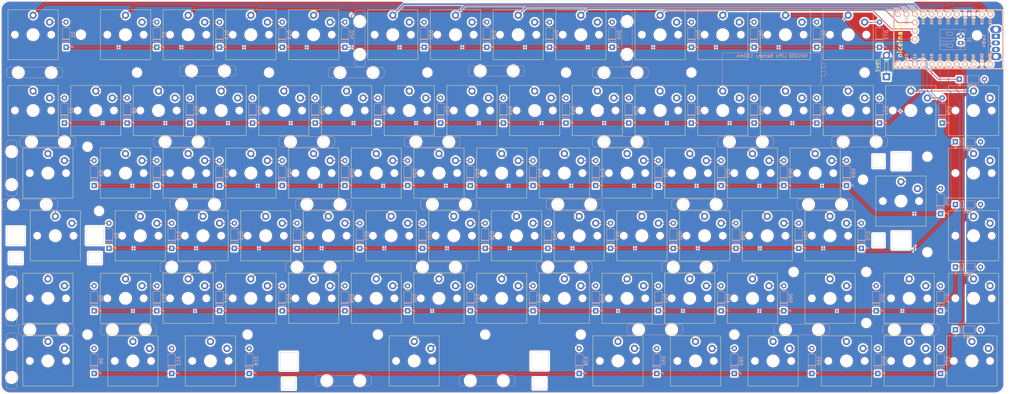
<source format=kicad_pcb>
(kicad_pcb (version 20240108) (generator "pcbnew") (generator_version "8.0")
  (layers (0 "F.Cu" signal) (31 "B.Cu" signal) (34 "B.Paste" user) (35 "F.Paste" user) (36 "B.SilkS" user "B.Silkscreen") (37 "F.SilkS" user "F.Silkscreen") (38 "B.Mask" user) (39 "F.Mask" user) (44 "Edge.Cuts" user))
  (net 0 "")
  (net 1 "Net-(D1-A)")
  (net 2 "P1.11")
  (net 3 "Net-(D2-A)")
  (net 4 "Net-(D3-A)")
  (net 5 "Net-(D4-A)")
  (net 6 "Net-(D5-A)")
  (net 7 "Net-(D6-A)")
  (net 8 "Net-(D7-A)")
  (net 9 "Net-(D8-A)")
  (net 10 "Net-(D9-A)")
  (net 11 "Net-(D10-A)")
  (net 12 "Net-(D11-A)")
  (net 13 "Net-(D12-A)")
  (net 14 "Net-(D13-A)")
  (net 15 "Net-(D14-A)")
  (net 16 "Net-(D15-A)")
  (net 17 "P1.13")
  (net 18 "Net-(D16-A)")
  (net 19 "Net-(D17-A)")
  (net 20 "Net-(D18-A)")
  (net 21 "Net-(D19-A)")
  (net 22 "Net-(D20-A)")
  (net 23 "Net-(D21-A)")
  (net 24 "Net-(D22-A)")
  (net 25 "Net-(D23-A)")
  (net 26 "Net-(D24-A)")
  (net 27 "Net-(D25-A)")
  (net 28 "Net-(D26-A)")
  (net 29 "Net-(D27-A)")
  (net 30 "Net-(D28-A)")
  (net 31 "Net-(D29-A)")
  (net 32 "P1.15")
  (net 33 "Net-(D30-A)")
  (net 34 "Net-(D31-A)")
  (net 35 "Net-(D32-A)")
  (net 36 "Net-(D33-A)")
  (net 37 "Net-(D34-A)")
  (net 38 "Net-(D35-A)")
  (net 39 "Net-(D36-A)")
  (net 40 "Net-(D37-A)")
  (net 41 "Net-(D38-A)")
  (net 42 "Net-(D39-A)")
  (net 43 "Net-(D40-A)")
  (net 44 "Net-(D41-A)")
  (net 45 "Net-(D42-A)")
  (net 46 "Net-(D43-A)")
  (net 47 "Net-(D44-A)")
  (net 48 "P0.02")
  (net 49 "Net-(D45-A)")
  (net 50 "Net-(D46-A)")
  (net 51 "Net-(D47-A)")
  (net 52 "Net-(D48-A)")
  (net 53 "Net-(D49-A)")
  (net 54 "Net-(D50-A)")
  (net 55 "Net-(D51-A)")
  (net 56 "Net-(D52-A)")
  (net 57 "Net-(D53-A)")
  (net 58 "Net-(D54-A)")
  (net 59 "Net-(D55-A)")
  (net 60 "Net-(D56-A)")
  (net 61 "Net-(D57-A)")
  (net 62 "Net-(D58-A)")
  (net 63 "Net-(D59-A)")
  (net 64 "P0.29")
  (net 65 "Net-(D60-A)")
  (net 66 "Net-(D61-A)")
  (net 67 "Net-(D62-A)")
  (net 68 "Net-(D63-A)")
  (net 69 "Net-(D64-A)")
  (net 70 "Net-(D65-A)")
  (net 71 "Net-(D66-A)")
  (net 72 "Net-(D67-A)")
  (net 73 "Net-(D68-A)")
  (net 74 "Net-(D69-A)")
  (net 75 "Net-(D70-A)")
  (net 76 "Net-(D71-A)")
  (net 77 "Net-(D72-A)")
  (net 78 "Net-(D73-A)")
  (net 79 "P0.31")
  (net 80 "Net-(D74-A)")
  (net 81 "Net-(D75-A)")
  (net 82 "Net-(D76-A)")
  (net 83 "Net-(D77-A)")
  (net 84 "Net-(D78-A)")
  (net 85 "Net-(D79-A)")
  (net 86 "Net-(D80-A)")
  (net 87 "Net-(D81-A)")
  (net 88 "Net-(D82-A)")
  (net 89 "Net-(D83-A)")
  (net 90 "GND")
  (net 91 "P0.06")
  (net 92 "P0.08")
  (net 93 "P0.17")
  (net 94 "P0.20")
  (net 95 "P0.22")
  (net 96 "P0.24")
  (net 97 "P1.00")
  (net 98 "P0.11")
  (net 99 "P1.04")
  (net 100 "P1.06")
  (net 101 "P1.01")
  (net 102 "P1.02")
  (net 103 "P1.07")
  (net 104 "P0.09")
  (net 105 "P0.10")
  (net 106 "BATIN")
  (net 107 "Net-(SW84-B)")
  (net 108 "RESET")
  (footprint "Switch_Keyboard_Kailh:SW_Kailh_Choc_V1_1.00u_Spacing" (layer "F.Cu") (at 293.5 168.5)
    (property "Reference" "SW65" (hide yes))
    (property "Value" "FSLH")
  )
  (footprint "Switch_Keyboard_Kailh:SW_Kailh_Choc_V1_1.00u_Spacing" (layer "F.Cu") (at 94.5 111.5)
    (property "Reference" "SW8" (hide yes))
    (property "Value" "1")
  )
  (footprint "Switch_Keyboard_Kailh:SW_Kailh_Choc_V1_1.00u_Spacing" (layer "F.Cu") (at 303.5 88.5)
    (property "Reference" "SW67" (hide yes))
    (property "Value" "F11")
  )
  (footprint "Switch_Keyboard_Kailh:SW_Kailh_Choc_V1_1.25u_Spacing" (layer "F.Cu") (at 299.75 187.5)
    (property "Reference" "SW66" (hide yes))
    (property "Value" "RCTRL")
  )
  (footprint "Switch_Keyboard_Kailh:SW_Kailh_Choc_V1_1.50u_Spacing" (layer "F.Cu") (at 80 130.5)
    (property "Reference" "SW3" (hide yes))
    (property "Value" "TAB")
  )
  (footprint "Switch_Keyboard_Kailh:SW_Kailh_Choc_V1_1.00u_Spacing" (layer "F.Cu") (at 236.5 168.5)
    (property "Reference" "SW48" (hide yes))
    (property "Value" "M")
  )
  (footprint "Switch_Keyboard_Kailh:SW_Kailh_Choc_V1_1.00u_Spacing" (layer "F.Cu") (at 255.5 130.5)
    (property "Reference" "SW51" (hide yes))
    (property "Value" "O")
  )
  (footprint "Switch_Keyboard_Kailh:SW_Kailh_Choc_V1_1.00u_Spacing" (layer "F.Cu") (at 284.5 88.5)
    (property "Reference" "SW61" (hide yes))
    (property "Value" "F10")
  )
  (footprint "Switch_Keyboard_Kailh:SW_Kailh_Choc_V1_1.00u_Spacing" (layer "F.Cu") (at 312.5 130.5)
    (property "Reference" "SW69" (hide yes))
    (property "Value" "RBKT")
  )
  (footprint "Library:MountingHole_2.7mm_M2.5_with_spacer" (layer "F.Cu") (at 346.5 125.5)
    (property "Reference" "11" (hide yes))
    (property "Value" "MountingHole_2.7mm_M2.5_with_spacer" (hide yes))
  )
  (footprint "Switch_Keyboard_Kailh:SW_Kailh_Choc_V1_1.25u_Spacing" (layer "F.Cu") (at 252.75 187.5)
    (property "Reference" "SW54" (hide yes))
    (property "Value" "RALT")
  )
  (footprint "Switch_Keyboard_Kailh:SW_Kailh_Choc_V1_1.00u_Spacing" (layer "F.Cu") (at 298 149.5)
    (property "Reference" "SW64" (hide yes))
    (property "Value" "SQT")
  )
  (footprint "Switch_Keyboard_Kailh:SW_Kailh_Choc_V1_1.25u_Spacing" (layer "F.Cu") (at 129.25 187.5)
    (property "Reference" "SW18" (hide yes))
    (property "Value" "LALT")
  )
  (footprint "Library:MountingHole_2.7mm_M2.5_with_spacer" (layer "F.Cu") (at 328 160.5)
    (property "Reference" "27" (hide yes))
    (property "Value" "MountingHole_2.7mm_M2.5_with_spacer" (hide yes))
  )
  (footprint "Library:MountingHole_2.7mm_M2.5_with_spacer" (layer "F.Cu") (at 107 100)
    (property "Reference" "4" (hide yes))
    (property "Value" "MountingHole_2.7mm_M2.5_with_spacer" (hide yes))
  )
  (footprint "Switch_Keyboard_Kailh:SW_Kailh_Choc_V1_1.00u_Spacing" (layer "F.Cu") (at 241.5 88.5)
    (property "Reference" "SW49" (hide yes))
    (property "Value" "F8")
  )
  (footprint "Switch_Keyboard_Kailh:SW_Kailh_Choc_V1_1.00u_Spacing" (layer "F.Cu") (at 293.5 130.5)
    (property "Reference" "SW63" (hide yes))
    (property "Value" "LBKT")
  )
  (footprint "Switch_Keyboard_Kailh:SW_Kailh_Choc_V1_1.00u_Spacing" (layer "F.Cu") (at 341 187.5)
    (property "Reference" "SW77" (hide yes))
    (property "Value" "DOWN")
  )
  (footprint "Switch_Keyboard_Kailh:SW_Kailh_Choc_V1_1.00u_Spacing" (layer "F.Cu") (at 103.5 168.5)
    (property "Reference" "SW11" (hide yes))
    (property "Value" "BSLH")
  )
  (footprint "Library:MountingHole_2.7mm_M2.5_with_spacer" (layer "F.Cu") (at 361.55 88.7)
    (property "Reference" "2" (hide yes))
    (property "Value" "MountingHole_2.7mm_M2.5_with_spacer" (hide yes))
  )
  (footprint "Switch_Keyboard_Kailh:SW_Kailh_Choc_V1_1.00u_Spacing" (layer "F.Cu") (at 160.5 88.5)
    (property "Reference" "SW24" (hide yes))
    (property "Value" "F4")
  )
  (footprint "Switch_Keyboard_Kailh:SW_Kailh_Choc_V1_1.00u_Spacing" (layer "F.Cu") (at 360 187.5)
    (property "Reference" "SW83" (hide yes))
    (property "Value" "RIGHT")
  )
  (footprint "Switch_Keyboard_Kailh:SW_Kailh_Choc_V1_1.00u_Spacing" (layer "F.Cu") (at 222 149.5)
    (property "Reference" "SW42" (hide yes))
    (property "Value" "J")
  )
  (footprint "Library:MountingHole_2.7mm_M2.5_with_spacer" (layer "F.Cu") (at 237 100)
    (property "Reference" "7" (hide yes))
    (property "Value" "MountingHole_2.7mm_M2.5_with_spacer" (hide yes))
  )
  (footprint "Switch_Keyboard_Kailh:SW_Kailh_Choc_V1_1.00u_Spacing" (layer "F.Cu") (at 255.5 168.5)
    (property "Reference" "SW53" (hide yes))
    (property "Value" "COMMA")
  )
  (footprint "Library:MountingHole_2.7mm_M2.5_with_spacer" (layer "F.Cu") (at 306 160.5)
    (property "Reference" "16" (hide yes))
    (property "Value" "MountingHole_2.7mm_M2.5_with_spacer" (hide yes))
  )
  (footprint "Switch_Keyboard_Kailh:SW_Kailh_Choc_V1_1.00u_Spacing" (layer "F.Cu") (at 265.5 88.5)
    (property "Reference" "SW55" (hide yes))
    (property "Value" "F9")
  )
  (footprint "Switch_Keyboard_Kailh:SW_Kailh_Choc_V1_1.00u_Spacing" (layer "F.Cu") (at 141.5 168.5)
    (property "Reference" "SW23" (hide yes))
    (property "Value" "X")
  )
  (footprint "Switch_Keyboard_Kailh:SW_Kailh_Choc_V1_ISOEnter_Spacing" (layer "F.Cu") (at 338.5 139)
    (property "Reference" "SW75" (hide yes))
    (property "Value" "ENTER")
    (fp_line (start -8.55 -10.1) (end -8.55 -14.1) (stroke (width 0.12)) (layer "Edge.Cuts"))
    (fp_line (start -8.55 -10.1) (end -5.05 -10.1) (stroke (width 0.12)) (layer "Edge.Cuts"))
    (fp_line (start -8.55 13.9) (end -8.55 9.9) (stroke (width 0.12)) (layer "Edge.Cuts"))
    (fp_line (start -8.55 13.9) (end -5.05 13.9) (stroke (width 0.12)) (layer "Edge.Cuts"))
    (fp_line (start -5.05 -14.1) (end -8.55 -14.1) (stroke (width 0.12)) (layer "Edge.Cuts"))
    (fp_line (start -5.05 -10.1) (end -5.05 -14.1) (stroke (width 0.12)) (layer "Edge.Cuts"))
    (fp_line (start -5.05 9.9) (end -8.55 9.9) (stroke (width 0.12)) (layer "Edge.Cuts"))
    (fp_line (start -5.05 13.9) (end -5.05 9.9) (stroke (width 0.12)) (layer "Edge.Cuts"))
    (fp_line (start -2.75 -9.45) (end -2.75 -14.75) (stroke (width 0.12)) (layer "Edge.Cuts"))
    (fp_line (start -2.75 -9.45) (end 2.75 -9.45) (stroke (width 0.12)) (layer "Edge.Cuts"))
    (fp_line (start -2.75 14.55) (end -2.75 9.25) (stroke (width 0.12)) (layer "Edge.Cuts"))
    (fp_line (start -2.75 14.55) (end 2.75 14.55) (stroke (width 0.12)) (layer "Edge.Cuts"))
    (fp_line (start 2.75 -14.75) (end -2.75 -14.75) (stroke (width 0.12)) (layer "Edge.Cuts"))
    (fp_line (start 2.75 -9.45) (end 2.75 -14.75) (stroke (width 0.12)) (layer "Edge.Cuts"))
    (fp_line (start 2.75 9.25) (end -2.75 9.25) (stroke (width 0.12)) (layer "Edge.Cuts"))
    (fp_line (start 2.75 14.55) (end 2.75 9.25) (stroke (width 0.12)) (layer "Edge.Cuts"))
  )
  (footprint "Switch_Keyboard_Kailh:SW_Kailh_Choc_V1_1.00u_Spacing" (layer "F.Cu") (at 322 187.5)
    (property "Reference" "SW72" (hide yes))
    (property "Value" "LEFT")
  )
  (footprint "Switch_Keyboard_Kailh:SW_Kailh_Choc_V1_1.00u_Spacing" (layer "F.Cu") (at 132.5 111.5)
    (property "Reference" "SW20" (hide yes))
    (property "Value" "3")
  )
  (footprint "Switch_Keyboard_Kailh:SW_Kailh_Choc_V1_1.50u_Spacing" (layer "F.Cu") (at 80 187.5)
    (property "Reference" "SW6" (hide yes))
    (property "Value" "LCTRL")
  )
  (footprint "Library:MountingHole_2.7mm_M2.5_with_spacer" (layer "F.Cu") (at 327 132.5)
    (property "Reference" "13" (hide yes))
    (property "Value" "MountingHole_2.7mm_M2.5_with_spacer" (hide yes))
  )
  (footprint "Library:MountingHole_2.7mm_M2.5_with_spacer" (layer "F.Cu") (at 180 179.5)
    (property "Reference" "20" (hide yes))
    (property "Value" "MountingHole_2.7mm_M2.5_with_spacer" (hide yes))
  )
  (footprint "Switch_Keyboard_Kailh:SW_Kailh_Choc_V1_1.25u_Spacing" (layer "F.Cu") (at 276.25 187.5)
    (property "Reference" "SW60" (hide yes))
    (property "Value" "FN")
  )
  (footprint "Library:MountingHole_2.7mm_M2.5_with_spacer" (layer "F.Cu") (at 328 176)
    (property "Reference" "18" (hide yes))
    (property "Value" "MountingHole_2.7mm_M2.5_with_spacer" (hide yes))
  )
  (footprint "nice-nano-kicad-master:nice_nano" (layer "F.Cu") (at 351.61 89.88 180)
    (property "Reference" "U1" (hide yes))
    (property "Value" "nice_nano" (hide yes))
  )
  (footprint "Switch_Keyboard_Kailh:SW_Kailh_Choc_V1_1.00u_Spacing" (layer "F.Cu") (at 203 149.5)
    (property "Reference" "SW36" (hide yes))
    (property "Value" "H")
  )
  (footprint "Switch_Keyboard_Kailh:SW_Kailh_Choc_V1_1.00u_Spacing" (layer "F.Cu") (at 260 149.5)
    (property "Reference" "SW52" (hide yes))
    (property "Value" "L")
  )
  (footprint "Library:MountingHole_2.7mm_M2.5_with_spacer" (layer "F.Cu") (at 275 100)
    (property "Reference" "8" (hide yes))
    (property "Value" "MountingHole_2.7mm_M2.5_with_spacer" (hide yes))
  )
  (footprint "Switch_Keyboard_Kailh:SW_Kailh_Choc_V1_1.00u_Spacing" (layer "F.Cu") (at 217.5 130.5)
    (property "Reference" "SW41" (hide yes))
    (property "Value" "U")
  )
  (footprint "Library:MountingHole_2.7mm_M2.5_with_spacer" (layer "F.Cu") (at 346.5 154.5)
    (property "Reference" "15" (hide yes))
    (property "Value" "MountingHole_2.7mm_M2.5_with_spacer" (hide yes))
  )
  (footprint "Switch_Keyboard_Kailh:SW_Kailh_Choc_V1_1.00u_Spacing" (layer "F.Cu") (at 227.5 111.5)
    (property "Reference" "SW45" (hide yes))
    (property "Value" "8")
  )
  (footprint "Library:MountingHole_2.7mm_M2.5_with_spacer" (layer "F.Cu") (at 288 179.5)
    (property "Reference" "23" (hide yes))
    (property "Value" "MountingHole_2.7mm_M2.5_with_spacer" (hide yes))
  )
  (footprint "Switch_Keyboard_Kailh:SW_Kailh_Choc_V1_1.00u_Spacing" (layer "F.Cu") (at 75.5 88.5)
    (property "Reference" "SW1" (hide yes))
    (property "Value" "ESC")
  )
  (footprint "Library:MountingHole_2.7mm_M2.5_with_spacer" (layer "F.Cu") (at 92 122.5)
    (property "Reference" "10" (hide yes))
    (property "Value" "MountingHole_2.7mm_M2.5_with_spacer" (hide yes))
  )
  (footprint "Switch_Keyboard_Kailh:SW_Kailh_Choc_V1_1.00u_Spacing" (layer "F.Cu") (at 322.5 111.5)
    (property "Reference" "SW74" (hide yes))
    (property "Value" "BSPC")
  )
  (footprint "Switch_Keyboard_Kailh:SW_Kailh_Choc_V1_1.00u_Spacing" (layer "F.Cu") (at 279 149.5)
    (property "Reference" "SW58" (hide yes))
    (property "Value" "SEMI")
  )
  (footprint "Switch_Keyboard_Kailh:SW_Kailh_Choc_V1_1.00u_Spacing" (layer "F.Cu") (at 341.5 111.5)
    (property "Reference" "SW78" (hide yes))
    (property "Value" "DEL")
  )
  (footprint "Library:MountingHole_2.7mm_M2.5_with_spacer" (layer "F.Cu") (at 212.5 179.5)
    (property "Reference" "21" (hide yes))
    (property "Value" "MountingHole_2.7mm_M2.5_with_spacer" (hide yes))
  )
  (footprint "Switch_Keyboard_Kailh:SW_Kailh_Choc_V1_1.00u_Spacing" (layer "F.Cu") (at 236.5 130.5)
    (property "Reference" "SW46" (hide yes))
    (property "Value" "I")
  )
  (footprint "Switch_Keyboard_Kailh:SW_Kailh_Choc_V1_1.00u_Spacing" (layer "F.Cu") (at 203.5 88.5)
    (property "Reference" "SW39" (hide yes))
    (property "Value" "F6")
  )
  (footprint "Switch_Keyboard_Kailh:SW_Kailh_Choc_V1_1.00u_Spacing" (layer "F.Cu") (at 198.5 168.5)
    (property "Reference" "SW37" (hide yes))
    (property "Value" "B")
  )
  (footprint "Switch_Keyboard_Kailh:SW_Kailh_Choc_V1_1.00u_Spacing" (layer "F.Cu") (at 170.5 111.5)
    (property "Reference" "SW29" (hide yes))
    (property "Value" "5")
  )
  (footprint "Library:MountingHole_2.7mm_M2.5_with_spacer" (layer "F.Cu") (at 140.5 179.5)
    (property "Reference" "19" (hide yes))
    (property "Value" "MountingHole_2.7mm_M2.5_with_spacer" (hide yes))
  )
  (footprint "Switch_Keyboard_Kailh:SW_Kailh_Choc_V1_1.00u_Spacing" (layer "F.Cu") (at 122.5 130.5)
    (property "Reference" "SW15" (hide yes))
    (property "Value" "W")
  )
  (footprint "Switch_Keyboard_Kailh:SW_Kailh_Choc_V1_1.00u_Spacing" (layer "F.Cu") (at 198.5 130.5)
    (property "Reference" "SW35" (hide yes))
    (property "Value" "Y")
  )
  (footprint "Switch_Keyboard_Kailh:SW_Kailh_Choc_V1_1.00u_Spacing" (layer "F.Cu") (at 122.5 88.5)
    (property "Reference" "SW13" (hide yes))
    (property "Value" "F2")
  )
  (footprint "Switch_Keyboard_Kailh:SW_Kailh_Choc_V1_1.00u_Spacing" (layer "F.Cu") (at 360.5 111.5)
    (property "Reference" "SW79" (hide yes))
    (property "Value" "HOME")
  )
  (footprint "Switch_Keyboard_Kailh:SW_Kailh_Choc_V1_1.00u_Spacing" (layer "F.Cu") (at 160.5 168.5)
    (property "Reference" "SW28" (hide yes))
    (property "Value" "C")
  )
  (footprint "Switch_Keyboard_Kailh:SW_Kailh_Choc_V1_1.00u_Spacing" (layer "F.Cu") (at 103.5 88.5)
    (property "Reference" "SW7" (hide yes))
    (property "Value" "F1")
  )
  (footprint "Library:MountingHole_2.7mm_M2.5_with_spacer" (layer "F.Cu") (at 195 100)
    (property "Reference" "6" (hide yes))
    (property "Value" "MountingHole_2.7mm_M2.5_with_spacer" (hide yes))
  )
  (footprint "Switch_Keyboard_Kailh:SW_Kailh_Choc_V1_1.00u_Spacing" (layer "F.Cu") (at 317 149.5)
    (property "Reference" "SW70" (hide yes))
    (property "Value" "NUHS")
  )
  (footprint "Switch_Keyboard_Kailh:SW_Kailh_Choc_V1_1.00u_Spacing" (layer "F.Cu") (at 75.5 111.5)
    (property "Reference" "SW2" (hide yes))
    (property "Value" "GRAVE")
  )
  (footprint "Switch_Keyboard_Kailh:SW_Kailh_Choc_V1_1.00u_Spacing" (layer "F.Cu") (at 284.5 111.5)
    (property "Reference" "SW62" (hide yes))
    (property "Value" "MINUS")
  )
  (footprint "Switch_Keyboard_Kailh:SW_Kailh_Choc_V1_1.25u_Spacing" (layer "F.Cu") (at 105.75 187.5)
    (property "Reference" "SW12" (hide yes))
    (property "Value" "LCMD")
  )
  (footprint "Switch_Keyboard_Kailh:SW_Kailh_Choc_V1_1.00u_Spacing" (layer "F.Cu") (at 179.5 168.5)
    (property "Reference" "SW32" (hide yes))
    (property "Value" "V")
  )
  (footprint "Switch_Keyboard_Kailh:SW_Kailh_Choc_V1_1.00u_Spacing" (layer "F.Cu") (at 179.5 130.5)
    (property "Reference" "SW30" (hide yes))
    (property "Value" "T")
  )
  (footprint "Switch_Keyboard_Kailh:SW_Kailh_Choc_V1_1.00u_Spacing" (layer "F.Cu") (at 184.5 88.5)
    (property "Reference" "SW33" (hide yes))
    (property "Value" "F5")
  )
  (footprint "Button_Switch_THT:SW_PUSH_1P1T_6x3.5mm_H4.3_APEM_MJTP1243" (layer "F.Cu") (at 334.1 101.25 90)
    (property "Reference" "SW85")
    (property "Value" "RESET")
  )
  (footprint "Library:MountingHole_2.7mm_M2.5_with_spacer" (layer "F.Cu") (at 92 179.5)
    (property "Reference" "50" (hide yes))
    (property "Value" "MountingHole_2.7mm_M2.5_with_spacer" (hide yes))
  )
  (footprint "Switch_Keyboard_Kailh:SW_Kailh_Choc_V1_1.00u_Spacing" (layer "F.Cu") (at 274.5 130.5)
    (property "Reference" "SW57" (hide yes))
    (property "Value" "P")
  )
  (footprint "Switch_Keyboard_Kailh:SW_Kailh_Choc_V1_1.50u_Spacing" (layer "F.Cu") (at 317 168.5)
    (property "Reference" "SW71" (hide yes))
    (property "Value" "RSHFT")
  )
  (footprint "Switch_Keyboard_Kailh:SW_Kailh_Choc_V1_1.00u_Spacing" (layer "F.Cu") (at 265.5 111.5)
    (property "Reference" "SW56" (hide yes))
    (property "Value" "0")
  )
  (footprint "Switch_Keyboard_Kailh:SW_Kailh_Choc_V1_1.00u_Spacing" (layer "F.Cu") (at 127 149.5)
    (property "Reference" "SW16" (hide yes))
    (property "Value" "S")
  )
  (footprint "Switch_Keyboard_Kailh:SW_Kailh_Choc_V1_5.50u_Spacing" (layer "F.Cu") (at 191 187.5)
    (property "Reference" "SW38" (hide yes))
    (property "Value" "SPACE")
    (fp_line (start -40.65 -2.675) (end -40.65 2.825) (stroke (width 0.12)) (layer "Edge.Cuts"))
    (fp_line (start -40 5.125) (end -40 8.625) (stroke (width 0.12)) (layer "Edge.Cuts"))
    (fp_line (start -36 5.125) (end -40 5.125) (stroke (width 0.12)) (layer "Edge.Cuts"))
    (fp_line (start -36 8.625) (end -40 8.625) (stroke (width 0.12)) (layer "Edge.Cuts"))
    (fp_line (start -36 8.625) (end -36 5.125) (stroke (width 0.12)) (layer "Edge.Cuts"))
    (fp_line (start -35.35 -2.675) (end -40.65 -2.675) (stroke (width 0.12)) (layer "Edge.Cuts"))
    (fp_line (start -35.35 2.825) (end -40.65 2.825) (stroke (width 0.12)) (layer "Edge.Cuts"))
    (fp_line (start -35.35 2.825) (end -35.35 -2.675) (stroke (width 0.12)) (layer "Edge.Cuts"))
    (fp_line (start 35.35 -2.75) (end 35.35 2.75) (stroke (width 0.12)) (layer "Edge.Cuts"))
    (fp_line (start 36 5.05) (end 36 8.55) (stroke (width 0.12)) (layer "Edge.Cuts"))
    (fp_line (start 40 5.05) (end 36 5.05) (stroke (width 0.12)) (layer "Edge.Cuts"))
    (fp_line (start 40 8.55) (end 36 8.55) (stroke (width 0.12)) (layer "Edge.Cuts"))
    (fp_line (start 40 8.55) (end 40 5.05) (stroke (width 0.12)) (layer "Edge.Cuts"))
    (fp_line (start 40.65 -2.75) (end 35.35 -2.75) (stroke (width 0.12)) (layer "Edge.Cuts"))
    (fp_line (start 40.65 2.75) (end 35.35 2.75) (stroke (width 0.12)) (layer "Edge.Cuts"))
    (fp_line (start 40.65 2.75) (end 40.65 -2.75) (stroke (width 0.12)) (layer "Edge.Cuts"))
  )
  (footprint "Switch_Keyboard_Kailh:SW_Kailh_Choc_V1_1.00u_Spacing" (layer "F.Cu") (at 360.5 130.5)
    (property "Reference" "SW80" (hide yes))
    (property "Value" "PG_UP")
  )
  (footprint "Library:MountingHole_2.7mm_M2.5_with_spacer" (layer "F.Cu") (at 327.5 100)
    (property "Reference" "9" (hide yes))
    (property "Value" "MountingHole_2.7mm_M2.5_with_spacer" (hide yes))
  )
  (footprint "Switch_Keyboard_Kailh:SW_Kailh_Choc_V1_1.00u_Spacing" (layer "F.Cu") (at 360.5 149.5)
    (property "Reference" "SW81" (hide yes))
    (property "Value" "PG_DN")
  )
  (footprint "Switch_Keyboard_Kailh:SW_Kailh_Choc_V1_1.50u_Spacing" (layer "F.Cu") (at 80 168.5)
    (property "Reference" "SW5" (hide yes))
    (property "Value" "LSHIFT")
  )
  (footprint "Switch_Keyboard_Kailh:SW_Kailh_Choc_V1_1.00u_Spacing" (layer "F.Cu") (at 108 149.5)
    (property "Reference" "SW10" (hide yes))
    (property "Value" "A")
  )
  (footprint "Switch_Keyboard_Kailh:SW_Kailh_Choc_V1_1.00u_Spacing" (layer "F.Cu") (at 141.5 130.5)
    (property "Reference" "SW21" (hide yes))
    (property "Value" "E")
  )
  (footprint "Switch_Keyboard_Kailh:SW_Kailh_Choc_V1_1.00u_Spacing" (layer "F.Cu") (at 341 168.5)
    (property "Reference" "SW76" (hide yes))
    (property "Value" "UP")
  )
  (footprint "Switch_Keyboard_Kailh:SW_Kailh_Choc_V1_1.00u_Spacing" (layer "F.Cu") (at 151.5 111.5)
    (property "Reference" "SW25" (hide yes))
    (property "Value" "4")
  )
  (footprint "Switch_Keyboard_Kailh:SW_Kailh_Choc_V1_1.00u_Spacing" (layer "F.Cu") (at 217.5 168.5)
    (property "Reference" "SW43" (hide yes))
    (property "Value" "N")
  )
  (footprint "Switch_Keyboard_Kailh:SW_Kailh_Choc_V1_1.00u_Spacing" (layer "F.Cu") (at 303.5 111.5)
    (property "Reference" "SW68" (hide yes))
    (property "Value" "EQUAL")
  )
  (footprint "Switch_Keyboard_Kailh:SW_Kailh_Choc_V1_1.00u_Spacing" (layer "F.Cu") (at 146 149.5)
    (property "Reference" "SW22" (hide yes))
    (property "Value" "D")
  )
  (footprint "Switch_Keyboard_Kailh:SW_Kailh_Choc_V1_1.00u_Spacing" (layer "F.Cu") (at 113.5 111.5)
    (property "Reference" "SW14" (hide yes))
    (property "Value" "2")
  )
  (footprint "Switch_Keyboard_Kailh:SW_Kailh_Choc_V1_1.00u_Spacing" (layer "F.Cu") (at 141.5 88.5)
    (property "Reference" "SW19" (hide yes))
    (property "Value" "F3")
  )
  (footprint "Switch_Keyboard_Kailh:SW_Kailh_Choc_V1_1.00u_Spacing" (layer "F.Cu") (at 222.5 88.5)
    (property "Reference" "SW44" (hide yes))
    (property "Value" "F7")
  )
  (footprint "Library:MountingHole_2.7mm_M2.5_with_spacer" (layer "F.Cu") (at 95.5 142)
    (property "Reference" "14" (hide yes))
    (property "Value" "MountingHole_2.7mm_M2.5_with_spacer" (hide yes))
  )
  (footprint "Library:MountingHole_2.7mm_M2.5_with_spacer" (layer "F.Cu") (at 147 100)
    (property "Reference" "5" (hide yes))
    (property "Value" "MountingHole_2.7mm_M2.5_with_spacer" (hide yes))
  )
  (footprint "Switch_Keyboard_Kailh:SW_Kailh_Choc_V1_1.00u_Spacing" (layer "F.Cu") (at 360.5 168.5)
    (property "Reference" "SW82" (hide yes))
    (property "Value" "END")
  )
  (footprint "Switch_Keyboard_Kailh:SW_Kailh_Choc_V1_1.00u_Spacing" (layer "F.Cu") (at 274.5 168.5)
    (property "Reference" "SW59" (hide yes))
    (property "Value" "DOT")
  )
  (footprint "Switch_Keyboard_Kailh:SW_Kailh_Choc_V1_1.00u_Spacing" (layer "F.Cu") (at 208.5 111.5)
    (property "Reference" "SW40" (hide yes))
    (property "Value" "7")
  )
  (footprint "Switch_Keyboard_Kailh:SW_Kailh_Choc_V1_1.00u_Spacing" (layer "F.Cu") (at 184 149.5)
    (property "Reference" "SW31" (hide yes))
    (property "Value" "G")
  )
  (footprint "Library:MountingHole_2.7mm_M2.5_with_spacer" (layer "F.Cu") (at 90 88.5)
    (property "Reference" "1" (hide yes))
    (property "Value" "MountingHole_2.7mm_M2.5_with_spacer" (hide yes))
  )
  (footprint "Switch_Keyboard_Kailh:SW_Kailh_Choc_V1_1.00u_Spacing" (layer "F.Cu") (at 160.5 130.5)
    (property "Reference" "SW26" (hide yes))
    (property "Value" "R")
  )
  (footprint "Switch_Keyboard_Kailh:SW_Kailh_Choc_V1_1.00u_Spacing" (layer "F.Cu") (at 322.5 88.5)
    (property "Reference" "SW73" (hide yes))
    (property "Value" "F12")
  )
  (footprint "Switch_Keyboard_Kailh:SW_Kailh_Choc_V1_1.00u_Spacing" (layer "F.Cu") (at 246.5 111.5)
    (property "Reference" "SW50" (hide yes))
    (property "Value" "9")
  )
  (footprint "Switch_Keyboard_Kailh:SW_Kailh_Choc_V1_1.00u_Spacing" (layer "F.Cu") (at 165 149.5)
    (property "Reference" "SW27" (hide yes))
    (property "Value" "F")
  )
  (footprint "Switch_Keyboard_Kailh:SW_Kailh_Choc_V1_1.00u_Spacing" (layer "F.Cu") (at 241 149.5)
    (property "Reference" "SW47" (hide yes))
    (property "Value" "K")
  )
  (footprint "Library:MountingHole_2.7mm_M2.5_with_spacer" (layer "F.Cu") (at 241.5 179.5)
    (property "Reference" "22" (hide yes))
    (property "Value" "MountingHole_2.7mm_M2.5_with_spacer" (hide yes))
  )
  (footprint "Switch_Keyboard_Kailh:SW_Kailh_Choc_V1_1.00u_Spacing" (layer "F.Cu") (at 103.5 130.5)
    (property "Reference" "SW9" (hide yes))
    (property "Value" "Q")
  )
  (footprint "Switch_Keyboard_Kailh:SW_Kailh_Choc_V1_1.00u_Spacing" (layer "F.Cu") (at 122.5 168.5)
    (property "Reference" "SW17" (hide yes))
    (property "Value" "Z")
  )
  (footprint "Switch_Keyboard_Kailh:SW_Kailh_Choc_V1_1.75u_Spacing" (layer "F.Cu") (at 82.25 149.5)
    (property "Reference" "SW4" (hide yes))
    (property "Value" "LCTRL")
    (fp_line (start -14.65 -2.75) (end -14.65 2.75) (stroke (width 0.12)) (layer "Edge.Cuts"))
    (fp_line (start -14 5.05) (end -14 8.55) (stroke (width 0.12)) (layer "Edge.Cuts"))
    (fp_line (start -10 5.05) (end -14 5.05) (stroke (width 0.12)) (layer "Edge.Cuts"))
    (fp_line (start -10 8.55) (end -14 8.55) (stroke (width 0.12)) (layer "Edge.Cuts"))
    (fp_line (start -10 8.55) (end -10 5.05) (stroke (width 0.12)) (layer "Edge.Cuts"))
    (fp_line (start -9.35 -2.75) (end -14.65 -2.75) (stroke (width 0.12)) (layer "Edge.Cuts"))
    (fp_line (start -9.35 2.75) (end -14.65 2.75) (stroke (width 0.12)) (layer "Edge.Cuts"))
    (fp_line (start -9.35 2.75) (end -9.35 -2.75) (stroke (width 0.12)) (layer "Edge.Cuts"))
    (fp_line (start 9.35 -2.75) (end 9.35 2.75) (stroke (width 0.12)) (layer "Edge.Cuts"))
    (fp_line (start 10 5.05) (end 10 8.55) (stroke (width 0.12)) (layer "Edge.Cuts"))
    (fp_line (start 14 5.05) (end 10 5.05) (stroke (width 0.12)) (layer "Edge.Cuts"))
    (fp_line (start 14 8.55) (end 10 8.55) (stroke (width 0.12)) (layer "Edge.Cuts"))
    (fp_line (start 14 8.55) (end 14 5.05) (stroke (width 0.12)) (layer "Edge.Cuts"))
    (fp_line (start 14.65 -2.75) (end 9.35 -2.75) (stroke (width 0.12)) (layer "Edge.Cuts"))
    (fp_line (start 14.65 2.75) (end 9.35 2.75) (stroke (width 0.12)) (layer "Edge.Cuts"))
    (fp_line (start 14.65 2.75) (end 14.65 -2.75) (stroke (width 0.12)) (layer "Edge.Cuts"))
  )
  (footprint "Switch_Keyboard_Kailh:SW_Kailh_Choc_V1_1.00u_Spacing" (layer "F.Cu") (at 189.5 111.5)
    (property "Reference" "SW34" (hide yes))
    (property "Value" "6")
  )
  (footprint "Diode_THT:D_DO-35_SOD27_P7.62mm_Horizontal" (layer "B.Cu") (at 104 115.31 90)
    (property "Reference" "D8")
    (property "Value" "1N4148")
  )
  (footprint "Library:PCB-Support" (layer "B.Cu") (at 104.5 178 180)
    (property "Reference" "REF**" (hide yes))
    (property "Value" "PCB-Support" (hide yes))
    (fp_circle (center 5 0) (end 5 1.5) (stroke (width 0.05)) (fill none) (layer "Edge.Cuts"))
    (fp_circle (center -5 0) (end -5 1.5) (stroke (width 0.05)) (fill none) (layer "Edge.Cuts"))
  )
  (footprint "Diode_THT:D_DO-35_SOD27_P7.62mm_Horizontal" (layer "B.Cu") (at 294 115.31 90)
    (property "Reference" "D62")
    (property "Value" "1N4148")
  )
  (footprint "Diode_THT:D_DO-35_SOD27_P7.62mm_Horizontal" (layer "B.Cu") (at 284 134.31 90)
    (property "Reference" "D57")
    (property "Value" "1N4148")
  )
  (footprint "Library:PCB-Support" (layer "B.Cu") (at 79.5 178 180)
    (property "Reference" "REF**" (hide yes))
    (property "Value" "PCB-Support" (hide yes))
    (fp_circle (center 5 0) (end 5 1.5) (stroke (width 0.05)) (fill none) (layer "Edge.Cuts"))
    (fp_circle (center -5 0) (end -5 1.5) (stroke (width 0.05)) (fill none) (layer "Edge.Cuts"))
  )
  (footprint "Diode_THT:D_DO-35_SOD27_P7.62mm_Horizontal" (layer "B.Cu") (at 356.19 102)
    (property "Reference" "D79")
    (property "Value" "1N4148")
  )
  (footprint "Diode_THT:D_DO-35_SOD27_P7.62mm_Horizontal" (layer "B.Cu") (at 142 115.31 90)
    (property "Reference" "D20")
    (property "Value" "1N4148")
  )
  (footprint "Diode_THT:D_DO-35_SOD27_P7.62mm_Horizontal" (layer "B.Cu") (at 350.5 191.31 90)
    (property "Reference" "D77")
    (property "Value" "1N4148")
  )
  (footprint "Diode_THT:D_DO-35_SOD27_P7.62mm_Horizontal" (layer "B.Cu") (at 251 92.31 90)
    (property "Reference" "D49")
    (property "Value" "1N4148")
  )
  (footprint "Diode_THT:D_DO-35_SOD27_P7.62mm_Horizontal" (layer "B.Cu") (at 193.5 153.31 90)
    (property "Reference" "D31")
    (property "Value" "1N4148")
  )
  (footprint "Library:PCB-Support" (layer "B.Cu") (at 120.5 121 180)
    (property "Reference" "REF**" (hide yes))
    (property "Value" "PCB-Support" (hide yes))
    (fp_circle (center 5 0) (end 5 1.5) (stroke (width 0.05)) (fill none) (layer "Edge.Cuts"))
    (fp_circle (center -5 0) (end -5 1.5) (stroke (width 0.05)) (fill none) (layer "Edge.Cuts"))
  )
  (footprint "Diode_THT:D_DO-35_SOD27_P7.62mm_Horizontal" (layer "B.Cu") (at 227 134.31 90)
    (property "Reference" "D41")
    (property "Value" "1N4148")
  )
  (footprint "Library:PCB-Support" (layer "B.Cu") (at 69 129 90)
    (property "Reference" "REF**" (hide yes))
    (property "Value" "PCB-Support" (hide yes))
    (fp_circle (center 5 0) (end 5 1.5) (stroke (width 0.05)) (fill none) (layer "Edge.Cuts"))
    (fp_circle (center -5 0) (end -5 1.5) (stroke (width 0.05)) (fill none) (layer "Edge.Cuts"))
  )
  (footprint "Diode_THT:D_DO-35_SOD27_P7.62mm_Horizontal" (layer "B.Cu") (at 151 134.31 90)
    (property "Reference" "D21")
    (property "Value" "1N4148")
  )
  (footprint "Library:PCB-Support" (layer "B.Cu") (at 255.5 89.5 -90)
    (property "Reference" "REF**" (hide yes))
    (property "Value" "PCB-Support" (hide yes))
    (fp_circle (center -5 0) (end -5 1.5) (stroke (width 0.05)) (fill none) (layer "Edge.Cuts"))
    (fp_circle (center 5 0) (end 5 1.5) (stroke (width 0.05)) (fill none) (layer "Edge.Cuts"))
  )
  (footprint "Library:PCB-Support" (layer "B.Cu") (at 196.5 121 180)
    (property "Reference" "REF**" (hide yes))
    (property "Value" "PCB-Support" (hide yes))
    (fp_circle (center 5 0) (end 5 1.5) (stroke (width 0.05)) (fill none) (layer "Edge.Cuts"))
    (fp_circle (center -5 0) (end -5 1.5) (stroke (width 0.05)) (fill none) (layer "Edge.Cuts"))
  )
  (footprint "Library:PCB-Support" (layer "B.Cu") (at 122.5 159 180)
    (property "Reference" "REF**" (hide yes))
    (property "Value" "PCB-Support" (hide yes))
    (fp_circle (center 5 0) (end 5 1.5) (stroke (width 0.05)) (fill none) (layer "Edge.Cuts"))
    (fp_circle (center -5 0) (end -5 1.5) (stroke (width 0.05)) (fill none) (layer "Edge.Cuts"))
  )
  (footprint "Diode_THT:D_DO-35_SOD27_P7.62mm_Horizontal" (layer "B.Cu") (at 331.5 191.31 90)
    (property "Reference" "D72")
    (property "Value" "1N4148")
  )
  (footprint "Library:PCB-Support" (layer "B.Cu") (at 291.5 121 180)
    (property "Reference" "REF**" (hide yes))
    (property "Value" "PCB-Support" (hide yes))
    (fp_circle (center 5 0) (end 5 1.5) (stroke (width 0.05)) (fill none) (layer "Edge.Cuts"))
    (fp_circle (center -5 0) (end -5 1.5) (stroke (width 0.05)) (fill none) (layer "Edge.Cuts"))
  )
  (footprint "Diode_THT:D_DO-35_SOD27_P7.62mm_Horizontal" (layer "B.Cu") (at 288.5 153.31 90)
    (property "Reference" "D58")
    (property "Value" "1N4148")
  )
  (footprint "Diode_THT:D_DO-35_SOD27_P7.62mm_Horizontal" (layer "B.Cu") (at 132 134.31 90)
    (property "Reference" "D15")
    (property "Value" "1N4148")
  )
  (footprint "Diode_THT:D_DO-35_SOD27_P7.62mm_Horizontal" (layer "B.Cu") (at 174.5 153.31 90)
    (property "Reference" "D27")
    (property "Value" "1N4148")
  )
  (footprint "Diode_THT:D_DO-35_SOD27_P7.62mm_Horizontal" (layer "B.Cu") (at 350.5 142.81 90)
    (property "Reference" "D75")
    (property "Value" "1N4148")
  )
  (footprint "Diode_THT:D_DO-35_SOD27_P7.62mm_Horizontal" (layer "B.Cu") (at 311.5 191.31 90)
    (property "Reference" "D66")
    (property "Value" "1N4148")
  )
  (footprint "Diode_THT:D_DO-35_SOD27_P7.62mm_Horizontal" (layer "B.Cu") (at 313 115.31 90)
    (property "Reference" "D68")
    (property "Value" "1N4148")
  )
  (footprint "Diode_THT:D_DO-35_SOD27_P7.62mm_Horizontal" (layer "B.Cu") (at 132 172.31 90)
    (property "Reference" "D17")
    (property "Value" "1N4148")
  )
  (footprint "Diode_THT:D_DO-35_SOD27_P7.62mm_Horizontal" (layer "B.Cu") (at 237 115.31 90)
    (property "Reference" "D45")
    (property "Value" "1N4148")
  )
  (footprint "Library:PCB-Support" (layer "B.Cu") (at 160.5 159 180)
    (property "Reference" "REF**" (hide yes))
    (property "Value" "PCB-Support" (hide yes))
    (fp_circle (center 5 0) (end 5 1.5) (stroke (width 0.05)) (fill none) (layer "Edge.Cuts"))
    (fp_circle (center -5 0) (end -5 1.5) (stroke (width 0.05)) (fill none) (layer "Edge.Cuts"))
  )
  (footprint "Diode_THT:D_DO-35_SOD27_P7.62mm_Horizontal" (layer "B.Cu") (at 141 191.31 90)
    (property "Reference" "D18")
    (property "Value" "1N4148")
  )
  (footprint "Diode_THT:D_DO-35_SOD27_P7.62mm_Horizontal" (layer "B.Cu") (at 170 172.31 90)
    (property "Reference" "D28")
    (property "Value" "1N4148")
  )
  (footprint "Diode_THT:D_DO-35_SOD27_P7.62mm_Horizontal" (layer "B.Cu") (at 355 121)
    (property "Reference" "D80")
    (property "Value" "1N4148")
  )
  (footprint "Diode_THT:D_DO-35_SOD27_P7.62mm_Horizontal" (layer "B.Cu") (at 117.5 153.31 90)
    (property "Reference" "D10")
    (property "Value" "1N4148")
  )
  (footprint "Library:PCB-Support" (layer "B.Cu") (at 125.5 140 180)
    (property "Reference" "REF**" (hide yes))
    (property "Value" "PCB-Support" (hide yes))
    (fp_circle (center 5 0) (end 5 1.5) (stroke (width 0.05)) (fill none) (layer "Edge.Cuts"))
    (fp_circle (center -5 0) (end -5 1.5) (stroke (width 0.05)) (fill none) (layer "Edge.Cuts"))
  )
  (footprint "Diode_THT:D_DO-35_SOD27_P7.62mm_Horizontal" (layer "B.Cu") (at 113 172.31 90)
    (property "Reference" "D11")
    (property "Value" "1N4148")
  )
  (footprint "Library:PCB-Support" (layer "B.Cu") (at 213 193.5)
    (property "Reference" "REF**" (hide yes))
    (property "Value" "PCB-Support" (hide yes))
    (fp_circle (center -5 0) (end -5 1.5) (stroke (width 0.05)) (fill none) (layer "Edge.Cuts"))
    (fp_circle (center 5 0) (end 5 1.5) (stroke (width 0.05)) (fill none) (layer "Edge.Cuts"))
  )
  (footprint "Diode_THT:D_DO-35_SOD27_P7.62mm_Horizontal" (layer "B.Cu") (at 275 115.31 90)
    (property "Reference" "D56")
    (property "Value" "1N4148")
  )
  (footprint "Diode_THT:D_DO-35_SOD27_P7.62mm_Horizontal" (layer "B.Cu") (at 232 92.31 90)
    (property "Reference" "D44")
    (property "Value" "1N4148")
  )
  (footprint "Button_Switch_THT:SW_Slide_SPDT_Angled_CK_OS102011MA1Q" (layer "B.Cu") (at 367.25 89 -90)
    (property "Reference" "SW84")
    (property "Value" "POWER")
  )
  (footprint "Library:PCB-Support" (layer "B.Cu") (at 236.5 159 180)
    (property "Reference" "REF**" (hide yes))
    (property "Value" "PCB-Support" (hide yes))
    (fp_circle (center 5 0) (end 5 1.5) (stroke (width 0.05)) (fill none) (layer "Edge.Cuts"))
    (fp_circle (center -5 0) (end -5 1.5) (stroke (width 0.05)) (fill none) (layer "Edge.Cuts"))
  )
  (footprint "Diode_THT:D_DO-35_SOD27_P7.62mm_Horizontal" (layer "B.Cu") (at 94 172.31 90)
    (property "Reference" "D5")
    (property "Value" "1N4148")
  )
  (footprint "Diode_THT:D_DO-35_SOD27_P7.62mm_Horizontal" (layer "B.Cu") (at 136.5 153.31 90)
    (property "Reference" "D16")
    (property "Value" "1N4148")
  )
  (footprint "Diode_THT:D_DO-35_SOD27_P7.62mm_Horizontal" (layer "B.Cu") (at 213 92.31 90)
    (property "Reference" "D39")
    (property "Value" "1N4148")
  )
  (footprint "Diode_THT:D_DO-35_SOD27_P7.62mm_Horizontal" (layer "B.Cu") (at 332 92.31 90)
    (property "Reference" "D73")
    (property "Value" "1N4148")
  )
  (footprint "Diode_THT:D_DO-35_SOD27_P7.62mm_Horizontal" (layer "B.Cu") (at 189 172.31 90)
    (property "Reference" "D32")
    (property "Value" "1N4148")
  )
  (footprint "Diode_THT:D_DO-35_SOD27_P7.62mm_Horizontal" (layer "B.Cu") (at 355 178)
    (property "Reference" "D83")
    (property "Value" "1N4148")
  )
  (footprint "Diode_THT:D_DO-35_SOD27_P7.62mm_Horizontal" (layer "B.Cu") (at 194 92.31 90)
    (property "Reference" "D33")
    (property "Value" "1N4148")
  )
  (footprint "Library:PCB-Support" (layer "B.Cu") (at 74.5 140)
    (property "Reference" "REF**" (hide yes))
    (property "Value" "PCB-Support" (hide yes))
    (fp_circle (center -5 0) (end -5 1.5) (stroke (width 0.05)) (fill none) (layer "Edge.Cuts"))
    (fp_circle (center 5 0) (end 5 1.5) (stroke (width 0.05)) (fill none) (layer "Edge.Cuts"))
  )
  (footprint "Library:PCB-Support" (layer "B.Cu") (at 80 121 180)
    (property "Reference" "REF**" (hide yes))
    (property "Value" "PCB-Support" (hide yes))
    (fp_circle (center 5 0) (end 5 1.5) (stroke (width 0.05)) (fill none) (layer "Edge.Cuts"))
    (fp_circle (center -5 0) (end -5 1.5) (stroke (width 0.05)) (fill none) (layer "Edge.Cuts"))
  )
  (footprint "Diode_THT:D_DO-35_SOD27_P7.62mm_Horizontal" (layer "B.Cu") (at 98.5 153.31 90)
    (property "Reference" "D4")
    (property "Value" "1N4148")
  )
  (footprint "Diode_THT:D_DO-35_SOD27_P7.62mm_Horizontal" (layer "B.Cu") (at 170 134.31 90)
    (property "Reference" "D26")
    (property "Value" "1N4148")
  )
  (footprint "Library:PCB-Support" (layer "B.Cu") (at 76 100 180)
    (property "Reference" "REF**" (hide yes))
    (property "Value" "PCB-Support" (hide yes))
    (fp_circle (center 5 0) (end 5 1.5) (stroke (width 0.05)) (fill none) (layer "Edge.Cuts"))
    (fp_circle (center -5 0) (end -5 1.5) (stroke (width 0.05)) (fill none) (layer "Edge.Cuts"))
  )
  (footprint "Library:PCB-Support" (layer "B.Cu") (at 169.5 193.5)
    (property "Reference" "REF**" (hide yes))
    (property "Value" "PCB-Support" (hide yes))
    (fp_circle (center -5 0) (end -5 1.5) (stroke (width 0.05)) (fill none) (layer "Edge.Cuts"))
    (fp_circle (center 5 0) (end 5 1.5) (stroke (width 0.05)) (fill none) (layer "Edge.Cuts"))
  )
  (footprint "Diode_THT:D_DO-35_SOD27_P7.62mm_Horizontal" (layer "B.Cu") (at 332 115.31 90)
    (property "Reference" "D74")
    (property "Value" "1N4148")
  )
  (footprint "Diode_THT:D_DO-35_SOD27_P7.62mm_Horizontal" (layer "B.Cu") (at 94 134.31 90)
    (property "Reference" "D3")
    (property "Value" "1N4148")
  )
  (footprint "Diode_THT:D_DO-35_SOD27_P7.62mm_Horizontal" (layer "B.Cu") (at 350.5 172.31 90)
    (property "Reference" "D76")
    (property "Value" "1N4148")
  )
  (footprint "Diode_THT:D_DO-35_SOD27_P7.62mm_Horizontal" (layer "B.Cu") (at 85.5 92.31 90)
    (property "Reference" "D1")
    (property "Value" "1N4148")
  )
  (footprint "Diode_THT:D_DO-35_SOD27_P7.62mm_Horizontal" (layer "B.Cu") (at 189 134.31 90)
    (property "Reference" "D30")
    (property "Value" "1N4148")
  )
  (footprint "Diode_THT:D_DO-35_SOD27_P7.62mm_Horizontal" (layer "B.Cu") (at 250.5 153.31 90)
    (property "Reference" "D47")
    (property "Value" "1N4148")
  )
  (footprint "Diode_THT:D_DO-35_SOD27_P7.62mm_Horizontal" (layer "B.Cu") (at 265 134.31 90)
    (property "Reference" "D51")
    (property "Value" "1N4148")
  )
  (footprint "Library:PCB-Support" (layer "B.Cu") (at 69 187.5 90)
    (property "Reference" "REF**" (hide yes))
    (property "Value" "PCB-Support" (hide yes))
    (fp_circle (center 5 0) (end 5 1.5) (stroke (width 0.05)) (fill none) (layer "Edge.Cuts"))
    (fp_circle (center -5 0) (end -5 1.5) (stroke (width 0.05)) (fill none) (layer "Edge.Cuts"))
  )
  (footprint "Diode_THT:D_DO-35_SOD27_P7.62mm_Horizontal" (layer "B.Cu") (at 256 115.31 90)
    (property "Reference" "D50")
    (property "Value" "1N4148")
  )
  (footprint "Library:PCB-Support" (layer "B.Cu") (at 174.5 89.5 -90)
    (property "Reference" "REF**" (hide yes))
    (property "Value" "PCB-Support" (hide yes))
    (fp_circle (center -5 0) (end -5 1.5) (stroke (width 0.05)) (fill none) (layer "Edge.Cuts"))
    (fp_circle (center 5 0) (end 5 1.5) (stroke (width 0.05)) (fill none) (layer "Edge.Cuts"))
  )
  (footprint "Library:PCB-Support" (layer "B.Cu") (at 173.5 100 180)
    (property "Reference" "REF**" (hide yes))
    (property "Value" "PCB-Support" (hide yes))
    (fp_circle (center 5 0) (end 5 1.5) (stroke (width 0.05)) (fill none) (layer "Edge.Cuts"))
    (fp_circle (center -5 0) (end -5 1.5) (stroke (width 0.05)) (fill none) (layer "Edge.Cuts"))
  )
  (footprint "Library:PCB-Support" (layer "B.Cu") (at 341.5 178 180)
    (property "Reference" "REF**" (hide yes))
    (property "Value" "PCB-Support" (hide yes))
    (fp_circle (center 5 0) (end 5 1.5) (stroke (width 0.05)) (fill none) (layer "Edge.Cuts"))
    (fp_circle (center -5 0) (end -5 1.5) (stroke (width 0.05)) (fill none) (layer "Edge.Cuts"))
  )
  (footprint "Library:PCB-Support" (layer "B.Cu") (at 158.5 121 180)
    (property "Reference" "REF**" (hide yes))
    (property "Value" "PCB-Support" (hide yes))
    (fp_circle (center 5 0) (end 5 1.5) (stroke (width 0.05)) (fill none) (layer "Edge.Cuts"))
    (fp_circle (center -5 0) (end -5 1.5) (stroke (width 0.05)) (fill none) (layer "Edge.Cuts"))
  )
  (footprint "Diode_THT:D_DO-35_SOD27_P7.62mm_Horizontal" (layer "B.Cu") (at 117.5 191.31 90)
    (property "Reference" "D12")
    (property "Value" "1N4148")
  )
  (footprint "Diode_THT:D_DO-35_SOD27_P7.62mm_Horizontal" (layer "B.Cu") (at 180 115.31 90)
    (property "Reference" "D29")
    (property "Value" "1N4148")
  )
  (footprint "Diode_THT:D_DO-35_SOD27_P7.62mm_Horizontal" (layer "B.Cu") (at 326.5 153.31 90)
    (property "Reference" "D70")
    (property "Value" "1N4148")
  )
  (footprint "Diode_THT:D_DO-35_SOD27_P7.62mm_Horizontal" (layer "B.Cu") (at 331 172.31 90)
    (property "Reference" "D71")
    (property "Value" "1N4148")
  )
  (footprint "Diode_THT:D_DO-35_SOD27_P7.62mm_Horizontal" (layer "B.Cu") (at 264.5 191.31 90)
    (property "Reference" "D54")
    (property "Value" "1N4148")
  )
  (footprint "Diode_THT:D_DO-35_SOD27_P7.62mm_Horizontal" (layer "B.Cu") (at 246 134.31 90)
    (property "Reference" "D46")
    (property "Value" "1N4148")
  )
  (footprint "Library:PCB-Support" (layer "B.Cu") (at 274.5 159 180)
    (property "Reference" "REF**" (hide yes))
    (property "Value" "PCB-Support" (hide yes))
    (fp_circle (center 5 0) (end 5 1.5) (stroke (width 0.05)) (fill none) (layer "Edge.Cuts"))
    (fp_circle (center -5 0) (end -5 1.5) (stroke (width 0.05)) (fill none) (layer "Edge.Cuts"))
  )
  (footprint "Diode_THT:D_DO-35_SOD27_P7.62mm_Horizontal" (layer "B.Cu") (at 208 172.31 90)
    (property "Reference" "D37")
    (property "Value" "1N4148")
  )
  (footprint "Diode_THT:D_DO-35_SOD27_P7.62mm_Horizontal" (layer "B.Cu") (at 199 115.31 90)
    (property "Reference" "D34")
    (property "Value" "1N4148")
  )
  (footprint "Diode_THT:D_DO-35_SOD27_P7.62mm_Horizontal" (layer "B.Cu") (at 288 191.31 90)
    (property "Reference" "D60")
    (property "Value" "1N4148")
  )
  (footprint "Diode_THT:D_DO-35_SOD27_P7.62mm_Horizontal" (layer "B.Cu") (at 307.5 153.31 90)
    (property "Reference" "D64")
    (property "Value" "1N4148")
  )
  (footprint "Diode_THT:D_DO-35_SOD27_P7.62mm_Horizontal" (layer "B.Cu") (at 246 172.31 90)
    (property "Reference" "D48")
    (property "Value" "1N4148")
  )
  (footprint "Diode_THT:D_DO-35_SOD27_P7.62mm_Horizontal" (layer "B.Cu") (at 303 134.31 90)
    (property "Reference" "D63")
    (property "Value" "1N4148")
  )
  (footprint "Diode_THT:D_DO-35_SOD27_P7.62mm_Horizontal" (layer "B.Cu") (at 85 115.31 90)
    (property "Reference" "D2")
    (property "Value" "1N4148")
  )
  (footprint "Diode_THT:D_DO-35_SOD27_P7.62mm_Horizontal" (layer "B.Cu") (at 151 172.31 90)
    (property "Reference" "D23")
    (property "Value" "1N4148")
  )
  (footprint "Diode_THT:D_DO-35_SOD27_P7.62mm_Horizontal" (layer "B.Cu") (at 313 92.31 90)
    (property "Reference" "D67")
    (property "Value" "1N4148")
  )
  (footprint "Library:401030 Lipo Battery Size" (layer "B.Cu") (at 304.375 103.5 180)
    (property "Reference" "Battery1" (hide yes))
    (property "Value" "401030 Lipo Battery Size")
  )
  (footprint "Diode_THT:D_DO-35_SOD27_P7.62mm_Horizontal" (layer "B.Cu") (at 275 92.31 90)
    (property "Reference" "D55")
    (property "Value" "1N4148")
  )
  (footprint "Library:PCB-Support" (layer "B.Cu") (at 69 168.5 90)
    (property "Reference" "REF**" (hide yes))
    (property "Value" "PCB-Support" (hide yes))
    (fp_circle (center 5 0) (end 5 1.5) (stroke (width 0.05)) (fill none) (layer "Edge.Cuts"))
    (fp_circle (center -5 0) (end -5 1.5) (stroke (width 0.05)) (fill none) (layer "Edge.Cuts"))
  )
  (footprint "Diode_THT:D_DO-35_SOD27_P7.62mm_Horizontal" (layer "B.Cu") (at 355 140)
    (property "Reference" "D81")
    (property "Value" "1N4148")
  )
  (footprint "Diode_THT:D_DO-35_SOD27_P7.62mm_Horizontal" (layer "B.Cu") (at 284 172.31 90)
    (property "Reference" "D59")
    (property "Value" "1N4148")
  )
  (footprint "Diode_THT:D_DO-35_SOD27_P7.62mm_Horizontal" (layer "B.Cu") (at 161 115.31 90)
    (property "Reference" "D25")
    (property "Value" "1N4148")
  )
  (footprint "Diode_THT:D_DO-35_SOD27_P7.62mm_Horizontal" (layer "B.Cu") (at 208 134.31 90)
    (property "Reference" "D35")
    (property "Value" "1N4148")
  )
  (footprint "Diode_THT:D_DO-35_SOD27_P7.62mm_Horizontal" (layer "B.Cu") (at 123 115.31 90)
    (property "Reference" "D14")
    (property "Value" "1N4148")
  )
  (footprint "Diode_THT:D_DO-35_SOD27_P7.62mm_Horizontal" (layer "B.Cu") (at 241 191.31 90)
    (property "Reference" "D38")
    (property "Value" "1N4148")
  )
  (footprint "Library:PCB-Support" (layer "B.Cu") (at 201.5 140 180)
    (property "Reference" "REF**" (hide yes))
    (property "Value" "PCB-Support" (hide yes))
    (fp_circle (center 5 0) (end 5 1.5) (stroke (width 0.05)) (fill none) (layer "Edge.Cuts"))
    (fp_circle (center -5 0) (end -5 1.5) (stroke (width 0.05)) (fill none) (layer "Edge.Cuts"))
  )
  (footprint "Diode_THT:D_DO-35_SOD27_P7.62mm_Horizontal" (layer "B.Cu") (at 355 159)
    (property "Reference" "D82")
    (property "Value" "1N4148")
  )
  (footprint "Diode_THT:D_DO-35_SOD27_P7.62mm_Horizontal" (layer "B.Cu") (at 231.5 153.31 90)
    (property "Reference" "D42")
    (property "Value" "1N4148")
  )
  (footprint "Library:PCB-Support" (layer "B.Cu") (at 253.5 100 180)
    (property "Reference" "REF**" (hide yes))
    (property "Value" "PCB-Support" (hide yes))
    (fp_circle (center 5 0) (end 5 1.5) (stroke (width 0.05)) (fill none) (layer "Edge.Cuts"))
    (fp_circle (center -5 0) (end -5 1.5) (stroke (width 0.05)) (fill none) (layer "Edge.Cuts"))
  )
  (footprint "Diode_THT:D_DO-35_SOD27_P7.62mm_Horizontal" (layer "B.Cu") (at 212.5 153.31 90)
    (property "Reference" "D36")
    (property "Value" "1N4148")
  )
  (footprint "Diode_THT:D_DO-35_SOD27_P7.62mm_Horizontal" (layer "B.Cu") (at 265 172.31 90)
    (property "Reference" "D53")
    (property "Value" "1N4148")
  )
  (footprint "Diode_THT:D_DO-35_SOD27_P7.62mm_Horizontal" (layer "B.Cu") (at 151 92.31 90)
    (property "Reference" "D19")
    (property "Value" "1N4148")
  )
  (footprint "Diode_THT:D_DO-35_SOD27_P7.62mm_Horizontal" (layer "B.Cu") (at 113 92.31 90)
    (property "Reference" "D7")
    (property "Value" "1N4148")
  )
  (footprint "Connector_JST:JST_PH_S2B-PH-K_1x02_P2.00mm_Horizontal" (layer "B.Cu") (at 356.61 91 90)
    (property "Reference" "J1")
    (property "Value" "BATTERY")
  )
  (footprint "Diode_THT:D_DO-35_SOD27_P7.62mm_Horizontal" (layer "B.Cu") (at 155.5 153.31 90)
    (property "Reference" "D22")
    (property "Value" "1N4148")
  )
  (footprint "Library:PCB-Support" (layer "B.Cu") (at 128.5 99.5 180)
    (property "Reference" "REF**" (hide yes))
    (property "Value" "PCB-Support" (hide yes))
    (fp_circle (center 5 0) (end 5 1.5) (stroke (width 0.05)) (fill none) (layer "Edge.Cuts"))
    (fp_circle (center -5 0) (end -5 1.5) (stroke (width 0.05)) (fill none) (layer "Edge.Cuts"))
  )
  (footprint "Diode_THT:D_DO-35_SOD27_P7.62mm_Horizontal" (layer "B.Cu") (at 227 172.31 90)
    (property "Reference" "D43")
    (property "Value" "1N4148")
  )
  (footprint "Library:PCB-Support" (layer "B.Cu") (at 239.5 140 180)
    (property "Reference" "REF**" (hide yes))
    (property "Value" "PCB-Support" (hide yes))
    (fp_circle (center 5 0) (end 5 1.5) (stroke (width 0.05)) (fill none) (layer "Edge.Cuts"))
    (fp_circle (center -5 0) (end -5 1.5) (stroke (width 0.05)) (fill none) (layer "Edge.Cuts"))
  )
  (footprint "Diode_THT:D_DO-35_SOD27_P7.62mm_Horizontal" (layer "B.Cu") (at 170 92.31 90)
    (property "Reference" "D24")
    (property "Value" "1N4148")
  )
  (footprint "Library:PCB-Support" (layer "B.Cu") (at 198.5 159 180)
    (property "Reference" "REF**" (hide yes))
    (property "Value" "PCB-Support" (hide yes))
    (fp_circle (center 5 0) (end 5 1.5) (stroke (width 0.05)) (fill none) (layer "Edge.Cuts"))
    (fp_circle (center -5 0) (end -5 1.5) (stroke (width 0.05)) (fill none) (layer "Edge.Cuts"))
  )
  (footprint "Diode_THT:D_DO-35_SOD27_P7.62mm_Horizontal" (layer "B.Cu") (at 132 92.31 90)
    (property "Reference" "D13")
    (property "Value" "1N4148")
  )
  (footprint "Library:PCB-Support" (layer "B.Cu") (at 216 99.5 180)
    (property "Reference" "REF**" (hide yes))
    (property "Value" "PCB-Support" (hide yes))
    (fp_circle (center 5 0) (end 5 1.5) (stroke (width 0.05)) (fill none) (layer "Edge.Cuts"))
    (fp_circle (center -5 0) (end -5 1.5) (stroke (width 0.05)) (fill none) (layer "Edge.Cuts"))
  )
  (footprint "Diode_THT:D_DO-35_SOD27_P7.62mm_Horizontal" (layer "B.Cu") (at 269.5 153.31 90)
    (property "Reference" "D52")
    (property "Value" "1N4148")
  )
  (footprint "Diode_THT:D_DO-35_SOD27_P7.62mm_Horizontal" (layer "B.Cu") (at 294 92.31 90)
    (property "Reference" "D61")
    (property "Value" "1N4148")
  )
  (footprint "Diode_THT:D_DO-35_SOD27_P7.62mm_Horizontal" (layer "B.Cu") (at 322 134.31 90)
    (property "Reference" "D69")
    (property "Value" "1N4148")
  )
  (footprint "Diode_THT:D_DO-35_SOD27_P7.62mm_Horizontal" (layer "B.Cu") (at 303 172.31 90)
    (property "Reference" "D65")
    (property "Value" "1N4148")
  )
  (footprint "Library:PCB-Support" (layer "B.Cu") (at 308.5 178 180)
    (property "Reference" "REF**" (hide yes))
    (property "Value" "PCB-Support" (hide yes))
    (fp_circle (center 5 0) (end 5 1.5) (stroke (width 0.05)) (fill none) (layer "Edge.Cuts"))
    (fp_circle (center -5 0) (end -5 1.5) (stroke (width 0.05)) (fill none) (layer "Edge.Cuts"))
  )
  (footprint "Library:PCB-Support" (layer "B.Cu") (at 315.5 140 180)
    (property "Reference" "REF**" (hide yes))
    (property "Value" "PCB-Support" (hide yes))
    (fp_circle (center 5 0) (end 5 1.5) (stroke (width 0.05)) (fill none) (layer "Edge.Cuts"))
    (fp_circle (center -5 0) (end -5 1.5) (stroke (width 0.05)) (fill none) (layer "Edge.Cuts"))
  )
  (footprint "Library:PCB-Support" (layer "B.Cu") (at 163.5 140 180)
    (property "Reference" "REF**" (hide yes))
    (property "Value" "PCB-Support" (hide yes))
    (fp_circle (center 5 0) (end 5 1.5) (stroke (width 0.05)) (fill none) (layer "Edge.Cuts"))
    (fp_circle (center -5 0) (end -5 1.5) (stroke (width 0.05)) (fill none) (layer "Edge.Cuts"))
  )
  (footprint "Diode_THT:D_DO-35_SOD27_P7.62mm_Horizontal" (layer "B.Cu") (at 218 115.31 90)
    (property "Reference" "D40")
    (property "Value" "1N4148")
  )
  (footprint "Library:PCB-Support" (layer "B.Cu") (at 264 178 180)
    (property "Reference" "REF**" (hide yes))
    (property "Value" "PCB-Support" (hide yes))
    (fp_circle (center 5 0) (end 5 1.5) (stroke (width 0.05)) (fill none) (layer "Edge.Cuts"))
    (fp_circle (center -5 0) (end -5 1.5) (stroke (width 0.05)) (fill none) (layer "Edge.Cuts"))
  )
  (footprint "Library:PCB-Support" (layer "B.Cu") (at 326 121 180)
    (property "Reference" "REF**" (hide yes))
    (property "Value" "PCB-Support" (hide yes))
    (fp_circle (center 5 0) (end 5 1.5) (stroke (width 0.05)) (fill none) (layer "Edge.Cuts"))
    (fp_circle (center -5 0) (end -5 1.5) (stroke (width 0.05)) (fill none) (layer "Edge.Cuts"))
  )
  (footprint "Diode_THT:D_DO-35_SOD27_P7.62mm_Horizontal" (layer "B.Cu") (at 94 191.31 90)
    (property "Reference" "D6")
    (property "Value" "1N4148")
  )
  (footprint "Library:PCB-Support" (layer "B.Cu") (at 277.5 140 180)
    (property "Reference" "REF**" (hide yes))
    (property "Value" "PCB-Support" (hide yes))
    (fp_circle (center 5 0) (end 5 1.5) (stroke (width 0.05)) (fill none) (layer "Edge.Cuts"))
    (fp_circle (center -5 0) (end -5 1.5) (stroke (width 0.05)) (fill none) (layer "Edge.Cuts"))
  )
  (footprint "Diode_THT:D_DO-35_SOD27_P7.62mm_Horizontal" (layer "B.Cu") (at 351 115.31 90)
    (property "Reference" "D78")
    (property "Value" "1N4148")
  )
  (footprint "Library:PCB-Support" (layer "B.Cu") (at 253.5 121 180)
    (property "Reference" "REF**" (hide yes))
    (property "Value" "PCB-Support" (hide yes))
    (fp_circle (center 5 0) (end 5 1.5) (stroke (width 0.05)) (fill none) (layer "Edge.Cuts"))
    (fp_circle (center -5 0) (end -5 1.5) (stroke (width 0.05)) (fill none) (layer "Edge.Cuts"))
  )
  (footprint "Diode_THT:D_DO-35_SOD27_P7.62mm_Horizontal" (layer "B.Cu") (at 113 134.31 90)
    (property "Reference" "D9")
    (property "Value" "1N4148")
  )
  (gr_arc (start 65.5 81) (mid 66.37868 78.87868) (end 68.5 78) (stroke (width 0.05)) (layer "Edge.Cuts"))
  (gr_line (start 367 78) (end 68.5 78) (stroke (width 0.05)) (layer "Edge.Cuts"))
  (gr_arc (start 370 194.5) (mid 369.12132 196.62132) (end 367 197.5) (stroke (width 0.05)) (layer "Edge.Cuts"))
  (gr_line (start 370 194.5) (end 370 81) (stroke (width 0.05)) (layer "Edge.Cuts"))
  (gr_arc (start 68.5 197.5) (mid 66.37868 196.62132) (end 65.5 194.5) (stroke (width 0.05)) (layer "Edge.Cuts"))
  (gr_line (start 68.5 197.5) (end 367 197.5) (stroke (width 0.05)) (layer "Edge.Cuts"))
  (gr_line (start 65.5 81) (end 65.5 194.5) (stroke (width 0.05)) (layer "Edge.Cuts"))
  (gr_arc (start 367 78) (mid 369.12132 78.87868) (end 370 81) (stroke (width 0.05)) (layer "Edge.Cuts"))
  (segment (start 85.49 84.7) (end 85.5 84.69) (width 0.2) (layer "F.Cu") (net 1))
  (segment (start 80.5 84.7) (end 85.49 84.7) (width 0.2) (layer "F.Cu") (net 1))
  (segment (start 351 110.220101) (end 346.4363 105.656401) (width 0.2) (layer "B.Cu") (net 2))
  (segment (start 343.8963 96.3237) (end 342.72 97.5) (width 0.2) (layer "B.Cu") (net 2))
  (segment (start 345.74724 96.3237) (end 343.8963 96.3237) (width 0.2) (layer "B.Cu") (net 2))
  (segment (start 151 92.31) (end 170 92.31) (width 0.2) (layer "B.Cu") (net 2))
  (segment (start 337.53 92.31) (end 342.72 97.5) (width 0.2) (layer "B.Cu") (net 2))
  (segment (start 313 92.31) (end 332 92.31) (width 0.2) (layer "B.Cu") (net 2))
  (segment (start 132 92.31) (end 151 92.31) (width 0.2) (layer "B.Cu") (net 2))
  (segment (start 346.4363 105.656401) (end 346.4363 97.01276) (width 0.2) (layer "B.Cu") (net 2))
  (segment (start 213 92.31) (end 232 92.31) (width 0.2) (layer "B.Cu") (net 2))
  (segment (start 232 92.31) (end 251 92.31) (width 0.2) (layer "B.Cu") (net 2))
  (segment (start 85.5 92.31) (end 113 92.31) (width 0.2) (layer "B.Cu") (net 2))
  (segment (start 251 92.31) (end 275 92.31) (width 0.2) (layer "B.Cu") (net 2))
  (segment (start 294 92.31) (end 313 92.31) (width 0.2) (layer "B.Cu") (net 2))
  (segment (start 113 92.31) (end 132 92.31) (width 0.2) (layer "B.Cu") (net 2))
  (segment (start 275 92.31) (end 294 92.31) (width 0.2) (layer "B.Cu") (net 2))
  (segment (start 332 92.31) (end 337.53 92.31) (width 0.2) (layer "B.Cu") (net 2))
  (segment (start 213 92.31) (end 194 92.31) (width 0.2) (layer "B.Cu") (net 2))
  (segment (start 351 115.31) (end 351 110.220101) (width 0.2) (layer "B.Cu") (net 2))
  (segment (start 170 92.31) (end 194 92.31) (width 0.2) (layer "B.Cu") (net 2))
  (segment (start 346.4363 97.01276) (end 345.74724 96.3237) (width 0.2) (layer "B.Cu") (net 2))
  (segment (start 84.99 107.7) (end 85 107.69) (width 0.2) (layer "F.Cu") (net 3))
  (segment (start 80.5 107.7) (end 84.99 107.7) (width 0.2) (layer "F.Cu") (net 3))
  (segment (start 94 126.69) (end 85.01 126.69) (width 0.2) (layer "F.Cu") (net 4))
  (segment (start 85.01 126.69) (end 85 126.7) (width 0.2) (layer "F.Cu") (net 4))
  (segment (start 87.25 145.7) (end 98.49 145.7) (width 0.2) (layer "F.Cu") (net 5))
  (segment (start 98.49 145.7) (end 98.5 145.69) (width 0.2) (layer "F.Cu") (net 5))
  (segment (start 85 164.7) (end 93.99 164.7) (width 0.2) (layer "F.Cu") (net 6))
  (segment (start 93.99 164.7) (end 94 164.69) (width 0.2) (layer "F.Cu") (net 6))
  (segment (start 93.99 183.7) (end 94 183.69) (width 0.2) (layer "F.Cu") (net 7))
  (segment (start 85 183.7) (end 93.99 183.7) (width 0.2) (layer "F.Cu") (net 7))
  (segment (start 108.5 84.7) (end 112.99 84.7) (width 0.2) (layer "F.Cu") (net 8))
  (segment (start 112.99 84.7) (end 113 84.69) (width 0.2) (layer "F.Cu") (net 8))
  (segment (start 104 107.69) (end 99.51 107.69) (width 0.2) (layer "F.Cu") (net 9))
  (segment (start 99.51 107.69) (end 99.5 107.7) (width 0.2) (layer "F.Cu") (net 9))
  (segment (start 113 126.69) (end 108.51 126.69) (width 0.2) (layer "F.Cu") (net 10))
  (segment (start 108.51 126.69) (end 108.5 126.7) (width 0.2) (layer "F.Cu") (net 10))
  (segment (start 117.49 145.7) (end 117.5 145.69) (width 0.2) (layer "F.Cu") (net 11))
  (segment (start 113 145.7) (end 117.49 145.7) (width 0.2) (layer "F.Cu") (net 11))
  (segment (start 113 164.69) (end 108.51 164.69) (width 0.2) (layer "F.Cu") (net 12))
  (segment (start 108.51 164.69) (end 108.5 164.7) (width 0.2) (layer "F.Cu") (net 12))
  (segment (start 117.49 183.7) (end 117.5 183.69) (width 0.2) (layer "F.Cu") (net 13))
  (segment (start 110.75 183.7) (end 117.49 183.7) (width 0.2) (layer "F.Cu") (net 13))
  (segment (start 132 84.69) (end 127.51 84.69) (width 0.2) (layer "F.Cu") (net 14))
  (segment (start 127.51 84.69) (end 127.5 84.7) (width 0.2) (layer "F.Cu") (net 14))
  (segment (start 118.51 107.69) (end 118.5 107.7) (width 0.2) (layer "F.Cu") (net 15))
  (segment (start 123 107.69) (end 118.51 107.69) (width 0.2) (layer "F.Cu") (net 15))
  (segment (start 127.5 126.7) (end 131.99 126.7) (width 0.2) (layer "F.Cu") (net 16))
  (segment (start 131.99 126.7) (end 132 126.69) (width 0.2) (layer "F.Cu") (net 16))
  (segment (start 349.76 102) (end 345.26 97.5) (width 0.2) (layer "F.Cu") (net 17))
  (segment (start 356.19 102) (end 349.76 102) (width 0.2) (layer "F.Cu") (net 17))
  (segment (start 334.755507 115.31) (end 345.26 104.805507) (width 0.2) (layer "B.Cu") (net 17))
  (segment (start 345.26 104.805507) (end 345.26 97.5) (width 0.2) (layer "B.Cu") (net 17))
  (segment (start 294 115.31) (end 313 115.31) (width 0.2) (layer "B.Cu") (net 17))
  (segment (start 104 115.31) (end 123 115.31) (width 0.2) (layer "B.Cu") (net 17))
  (segment (start 332 115.31) (end 334.755507 115.31) (width 0.2) (layer "B.Cu") (net 17))
  (segment (start 161 115.31) (end 180 115.31) (width 0.2) (layer "B.Cu") (net 17))
  (segment (start 218 115.31) (end 237 115.31) (width 0.2) (layer "B.Cu") (net 17))
  (segment (start 237 115.31) (end 256 115.31) (width 0.2) (layer "B.Cu") (net 17))
  (segment (start 275 115.31) (end 294 115.31) (width 0.2) (layer "B.Cu") (net 17))
  (segment (start 142 115.31) (end 161 115.31) (width 0.2) (layer "B.Cu") (net 17))
  (segment (start 180 115.31) (end 199 115.31) (width 0.2) (layer "B.Cu") (net 17))
  (segment (start 313 115.31) (end 332 115.31) (width 0.2) (layer "B.Cu") (net 17))
  (segment (start 256 115.31) (end 275 115.31) (width 0.2) (layer "B.Cu") (net 17))
  (segment (start 199 115.31) (end 218 115.31) (width 0.2) (layer "B.Cu") (net 17))
  (segment (start 85 115.31) (end 104 115.31) (width 0.2) (layer "B.Cu") (net 17))
  (segment (start 123 115.31) (end 142 115.31) (width 0.2) (layer "B.Cu") (net 17))
  (segment (start 132 145.7) (end 136.49 145.7) (width 0.2) (layer "F.Cu") (net 18))
  (segment (start 136.49 145.7) (end 136.5 145.69) (width 0.2) (layer "F.Cu") (net 18))
  (segment (start 127.51 164.69) (end 127.5 164.7) (width 0.2) (layer "F.Cu") (net 19))
  (segment (start 132 164.69) (end 127.51 164.69) (width 0.2) (layer "F.Cu") (net 19))
  (segment (start 134.26 183.69) (end 134.25 183.7) (width 0.2) (layer "F.Cu") (net 20))
  (segment (start 141 183.69) (end 134.26 183.69) (width 0.2) (layer "F.Cu") (net 20))
  (segment (start 146.5 84.7) (end 150.99 84.7) (width 0.2) (layer "F.Cu") (net 21))
  (segment (start 150.99 84.7) (end 151 84.69) (width 0.2) (layer "F.Cu") (net 21))
  (segment (start 137.51 107.69) (end 137.5 107.7) (width 0.2) (layer "F.Cu") (net 22))
  (segment (start 142 107.69) (end 137.51 107.69) (width 0.2) (layer "F.Cu") (net 22))
  (segment (start 146.51 126.69) (end 146.5 126.7) (width 0.2) (layer "F.Cu") (net 23))
  (segment (start 151 126.69) (end 146.51 126.69) (width 0.2) (layer "F.Cu") (net 23))
  (segment (start 155.5 145.69) (end 151.01 145.69) (width 0.2) (layer "F.Cu") (net 24))
  (segment (start 151.01 145.69) (end 151 145.7) (width 0.2) (layer "F.Cu") (net 24))
  (segment (start 146.5 164.7) (end 150.99 164.7) (width 0.2) (layer "F.Cu") (net 25))
  (segment (start 150.99 164.7) (end 151 164.69) (width 0.2) (layer "F.Cu") (net 25))
  (segment (start 169.99 84.7) (end 170 84.69) (width 0.2) (layer "F.Cu") (net 26))
  (segment (start 165.5 84.7) (end 169.99 84.7) (width 0.2) (layer "F.Cu") (net 26))
  (segment (start 160.99 107.7) (end 161 107.69) (width 0.2) (layer "F.Cu") (net 27))
  (segment (start 156.5 107.7) (end 160.99 107.7) (width 0.2) (layer "F.Cu") (net 27))
  (segment (start 170 126.69) (end 165.51 126.69) (width 0.2) (layer "F.Cu") (net 28))
  (segment (start 165.51 126.69) (end 165.5 126.7) (width 0.2) (layer "F.Cu") (net 28))
  (segment (start 170 145.7) (end 174.49 145.7) (width 0.2) (layer "F.Cu") (net 29))
  (segment (start 174.49 145.7) (end 174.5 145.69) (width 0.2) (layer "F.Cu") (net 29))
  (segment (start 165.51 164.69) (end 165.5 164.7) (width 0.2) (layer "F.Cu") (net 30))
  (segment (start 170 164.69) (end 165.51 164.69) (width 0.2) (layer "F.Cu") (net 30))
  (segment (start 180 107.69) (end 175.51 107.69) (width 0.2) (layer "F.Cu") (net 31))
  (segment (start 175.51 107.69) (end 175.5 107.7) (width 0.2) (layer "F.Cu") (net 31))
  (segment (start 113 134.31) (end 94 134.31) (width 0.2) (layer "B.Cu") (net 32))
  (segment (start 265 134.31) (end 246 134.31) (width 0.2) (layer "B.Cu") (net 32))
  (segment (start 208 134.31) (end 189 134.31) (width 0.2) (layer "B.Cu") (net 32))
  (segment (start 350.5 142.81) (end 330.5 142.81) (width 0.2) (layer "B.Cu") (net 32))
  (segment (start 347.8 106.045635) (end 347.8 97.5) (width 0.2) (layer "B.Cu") (net 32))
  (segment (start 350.5 142.81) (end 353.7 139.61) (width 0.2) (layer "B.Cu") (net 32))
  (segment (start 227 134.31) (end 208 134.31) (width 0.2) (layer "B.Cu") (net 32))
  (segment (start 353.7 139.61) (end 353.7 122.3) (width 0.2) (layer "B.Cu") (net 32))
  (segment (start 132 134.31) (end 151 134.31) (width 0.2) (layer "B.Cu") (net 32))
  (segment (start 303 134.31) (end 284 134.31) (width 0.2) (layer "B.Cu") (net 32))
  (segment (start 352.1 110.345635) (end 347.8 106.045635) (width 0.2) (layer "B.Cu") (net 32))
  (segment (start 352.1 118.1) (end 352.1 110.345635) (width 0.2) (layer "B.Cu") (net 32))
  (segment (start 246 134.31) (end 227 134.31) (width 0.2) (layer "B.Cu") (net 32))
  (segment (start 170 134.31) (end 151 134.31) (width 0.2) (layer "B.Cu") (net 32))
  (segment (start 330.5 142.81) (end 322 134.31) (width 0.2) (layer "B.Cu") (net 32))
  (segment (start 189 134.31) (end 170 134.31) (width 0.2) (layer "B.Cu") (net 32))
  (segment (start 284 134.31) (end 265 134.31) (width 0.2) (layer "B.Cu") (net 32))
  (segment (start 322 134.31) (end 303 134.31) (width 0.2) (layer "B.Cu") (net 32))
  (segment (start 353.7 122.3) (end 355 121) (width 0.2) (layer "B.Cu") (net 32))
  (segment (start 132 134.31) (end 113 134.31) (width 0.2) (layer "B.Cu") (net 32))
  (segment (start 355 121) (end 352.1 118.1) (width 0.2) (layer "B.Cu") (net 32))
  (segment (start 184.5 126.7) (end 188.99 126.7) (width 0.2) (layer "F.Cu") (net 33))
  (segment (start 188.99 126.7) (end 189 126.69) (width 0.2) (layer "F.Cu") (net 33))
  (segment (start 193.49 145.7) (end 193.5 145.69) (width 0.2) (layer "F.Cu") (net 34))
  (segment (start 189 145.7) (end 193.49 145.7) (width 0.2) (layer "F.Cu") (net 34))
  (segment (start 188.99 164.7) (end 189 164.69) (width 0.2) (layer "F.Cu") (net 35))
  (segment (start 184.5 164.7) (end 188.99 164.7) (width 0.2) (layer "F.Cu") (net 35))
  (segment (start 189.5 84.7) (end 193.99 84.7) (width 0.2) (layer "F.Cu") (net 36))
  (segment (start 193.99 84.7) (end 194 84.69) (width 0.2) (layer "F.Cu") (net 36))
  (segment (start 194.51 107.69) (end 194.5 107.7) (width 0.2) (layer "F.Cu") (net 37))
  (segment (start 199 107.69) (end 194.51 107.69) (width 0.2) (layer "F.Cu") (net 37))
  (segment (start 208 126.69) (end 203.51 126.69) (width 0.2) (layer "F.Cu") (net 38))
  (segment (start 203.51 126.69) (end 203.5 126.7) (width 0.2) (layer "F.Cu") (net 38))
  (segment (start 212.5 145.69) (end 208.01 145.69) (width 0.2) (layer "F.Cu") (net 39))
  (segment (start 208.01 145.69) (end 208 145.7) (width 0.2) (layer "F.Cu") (net 39))
  (segment (start 207.99 164.7) (end 208 164.69) (width 0.2) (layer "F.Cu") (net 40))
  (segment (start 203.5 164.7) (end 207.99 164.7) (width 0.2) (layer "F.Cu") (net 40))
  (segment (start 196.809999 182.890001) (end 196 183.7) (width 0.2) (layer "F.Cu") (net 41))
  (segment (start 240.200001 182.890001) (end 196.809999 182.890001) (width 0.2) (layer "F.Cu") (net 41))
  (segment (start 241 183.69) (end 240.200001 182.890001) (width 0.2) (layer "F.Cu") (net 41))
  (segment (start 208.5 84.7) (end 212.99 84.7) (width 0.2) (layer "F.Cu") (net 42))
  (segment (start 212.99 84.7) (end 213 84.69) (width 0.2) (layer "F.Cu") (net 42))
  (segment (start 213.5 107.7) (end 217.99 107.7) (width 0.2) (layer "F.Cu") (net 43))
  (segment (start 217.99 107.7) (end 218 107.69) (width 0.2) (layer "F.Cu") (net 43))
  (segment (start 222.51 126.69) (end 222.5 126.7) (width 0.2) (layer "F.Cu") (net 44))
  (segment (start 227 126.69) (end 222.51 126.69) (width 0.2) (layer "F.Cu") (net 44))
  (segment (start 227 145.7) (end 231.49 145.7) (width 0.2) (layer "F.Cu") (net 45))
  (segment (start 231.49 145.7) (end 231.5 145.69) (width 0.2) (layer "F.Cu") (net 45))
  (segment (start 222.5 164.7) (end 226.99 164.7) (width 0.2) (layer "F.Cu") (net 46))
  (segment (start 226.99 164.7) (end 227 164.69) (width 0.2) (layer "F.Cu") (net 46))
  (segment (start 227.5 84.7) (end 231.99 84.7) (width 0.2) (layer "F.Cu") (net 47))
  (segment (start 231.99 84.7) (end 232 84.69) (width 0.2) (layer "F.Cu") (net 47))
  (segment (start 288.5 153.31) (end 307.5 153.31) (width 0.2) (layer "B.Cu") (net 48))
  (segment (start 307.5 153.31) (end 326.5 153.31) (width 0.2) (layer "B.Cu") (net 48))
  (segment (start 350.34 102.79) (end 350.34 97.5) (width 0.2) (layer "B.Cu") (net 48))
  (segment (start 231.5 153.31) (end 250.5 153.31) (width 0.2) (layer "B.Cu") (net 48))
  (segment (start 269.5 153.31) (end 288.5 153.31) (width 0.2) (layer "B.Cu") (net 48))
  (segment (start 98.5 153.31) (end 117.5 153.31) (width 0.2) (layer "B.Cu") (net 48))
  (segment (start 117.5 153.31) (end 136.5 153.31) (width 0.2) (layer "B.Cu") (net 48))
  (segment (start 193.5 153.31) (end 212.5 153.31) (width 0.2) (layer "B.Cu") (net 48))
  (segment (start 356.3 108.75) (end 350.34 102.79) (width 0.2) (layer "B.Cu") (net 48))
  (segment (start 355 140) (end 356.3 138.7) (width 0.2) (layer "B.Cu") (net 48))
  (segment (start 250.5 153.31) (end 269.5 153.31) (width 0.2) (layer "B.Cu") (net 48))
  (segment (start 327.34 154.15) (end 341.85 154.15) (width 0.2) (layer "B.Cu") (net 48))
  (segment (start 326.5 153.31) (end 327.34 154.15) (width 0.2) (layer "B.Cu") (net 48))
  (segment (start 341.85 154.15) (end 355 141) (width 0.2) (layer "B.Cu") (net 48))
  (segment (start 356.3 138.7) (end 356.3 108.75) (width 0.2) (layer "B.Cu") (net 48))
  (segment (start 174.5 153.31) (end 193.5 153.31) (width 0.2) (layer "B.Cu") (net 48))
  (segment (start 355 141) (end 355 140) (width 0.2) (layer "B.Cu") (net 48))
  (segment (start 136.5 153.31) (end 155.5 153.31) (width 0.2) (layer "B.Cu") (net 48))
  (segment (start 212.5 153.31) (end 231.5 153.31) (width 0.2) (layer "B.Cu") (net 48))
  (segment (start 155.5 153.31) (end 174.5 153.31) (width 0.2) (layer "B.Cu") (net 48))
  (segment (start 232.51 107.69) (end 232.5 107.7) (width 0.2) (layer "F.Cu") (net 49))
  (segment (start 237 107.69) (end 232.51 107.69) (width 0.2) (layer "F.Cu") (net 49))
  (segment (start 241.5 126.7) (end 245.99 126.7) (width 0.2) (layer "F.Cu") (net 50))
  (segment (start 245.99 126.7) (end 246 126.69) (width 0.2) (layer "F.Cu") (net 50))
  (segment (start 250.49 145.7) (end 250.5 145.69) (width 0.2) (layer "F.Cu") (net 51))
  (segment (start 246 145.7) (end 250.49 145.7) (width 0.2) (layer "F.Cu") (net 51))
  (segment (start 241.51 164.69) (end 241.5 164.7) (width 0.2) (layer "F.Cu") (net 52))
  (segment (start 246 164.69) (end 241.51 164.69) (width 0.2) (layer "F.Cu") (net 52))
  (segment (start 246.5 84.7) (end 250.99 84.7) (width 0.2) (layer "F.Cu") (net 53))
  (segment (start 250.99 84.7) (end 251 84.69) (width 0.2) (layer "F.Cu") (net 53))
  (segment (start 251.5 107.7) (end 255.99 107.7) (width 0.2) (layer "F.Cu") (net 54))
  (segment (start 255.99 107.7) (end 256 107.69) (width 0.2) (layer "F.Cu") (net 54))
  (segment (start 260.51 126.69) (end 260.5 126.7) (width 0.2) (layer "F.Cu") (net 55))
  (segment (start 265 126.69) (end 260.51 126.69) (width 0.2) (layer "F.Cu") (net 55))
  (segment (start 265 145.7) (end 269.49 145.7) (width 0.2) (layer "F.Cu") (net 56))
  (segment (start 269.49 145.7) (end 269.5 145.69) (width 0.2) (layer "F.Cu") (net 56))
  (segment (start 265 164.69) (end 260.51 164.69) (width 0.2) (layer "F.Cu") (net 57))
  (segment (start 260.51 164.69) (end 260.5 164.7) (width 0.2) (layer "F.Cu") (net 57))
  (segment (start 257.75 183.7) (end 264.49 183.7) (width 0.2) (layer "F.Cu") (net 58))
  (segment (start 264.49 183.7) (end 264.5 183.69) (width 0.2) (layer "F.Cu") (net 58))
  (segment (start 274.99 84.7) (end 275 84.69) (width 0.2) (layer "F.Cu") (net 59))
  (segment (start 270.5 84.7) (end 274.99 84.7) (width 0.2) (layer "F.Cu") (net 59))
  (segment (start 270.51 107.69) (end 270.5 107.7) (width 0.2) (layer "F.Cu") (net 60))
  (segment (start 275 107.69) (end 270.51 107.69) (width 0.2) (layer "F.Cu") (net 60))
  (segment (start 279.5 126.7) (end 283.99 126.7) (width 0.2) (layer "F.Cu") (net 61))
  (segment (start 283.99 126.7) (end 284 126.69) (width 0.2) (layer "F.Cu") (net 61))
  (segment (start 284.01 145.69) (end 284 145.7) (width 0.2) (layer "F.Cu") (net 62))
  (segment (start 288.5 145.69) (end 284.01 145.69) (width 0.2) (layer "F.Cu") (net 62))
  (segment (start 279.51 164.69) (end 279.5 164.7) (width 0.2) (layer "F.Cu") (net 63))
  (segment (start 284 164.69) (end 279.51 164.69) (width 0.2) (layer "F.Cu") (net 63))
  (segment (start 357.29 157.71) (end 357.29 107.25) (width 0.2) (layer "B.Cu") (net 64))
  (segment (start 357.29 107.25) (end 352.88 102.84) (width 0.2) (layer "B.Cu") (net 64))
  (segment (start 132 172.31) (end 151 172.31) (width 0.2) (layer "B.Cu") (net 64))
  (segment (start 113 172.31) (end 132 172.31) (width 0.2) (layer "B.Cu") (net 64))
  (segment (start 94 172.31) (end 113 172.31) (width 0.2) (layer "B.Cu") (net 64))
  (segment (start 355 166.661522) (end 355 159) (width 0.2) (layer "B.Cu") (net 64))
  (segment (start 352.88 102.84) (end 352.88 97.5) (width 0.2) (layer "B.Cu") (net 64))
  (segment (start 189 172.31) (end 208 172.31) (width 0.2) (layer "B.Cu") (net 64))
  (segment (start 356 159) (end 357.29 157.71) (width 0.2) (layer "B.Cu") (net 64))
  (segment (start 303 172.31) (end 331 172.31) (width 0.2) (layer "B.Cu") (net 64))
  (segment (start 355 159) (end 356 159) (width 0.2) (layer "B.Cu") (net 64))
  (segment (start 246 172.31) (end 265 172.31) (width 0.2) (layer "B.Cu") (net 64))
  (segment (start 170 172.31) (end 189 172.31) (width 0.2) (layer "B.Cu") (net 64))
  (segment (start 350.5 171.161522) (end 355 166.661522) (width 0.2) (layer "B.Cu") (net 64))
  (segment (start 265 172.31) (end 284 172.31) (width 0.2) (layer "B.Cu") (net 64))
  (segment (start 331 172.31) (end 350.5 172.31) (width 0.2) (layer "B.Cu") (net 64))
  (segment (start 227 172.31) (end 246 172.31) (width 0.2) (layer "B.Cu") (net 64))
  (segment (start 151 172.31) (end 170 172.31) (width 0.2) (layer "B.Cu") (net 64))
  (segment (start 208 172.31) (end 227 172.31) (width 0.2) (layer "B.Cu") (net 64))
  (segment (start 350.5 172.31) (end 350.5 171.161522) (width 0.2) (layer "B.Cu") (net 64))
  (segment (start 284 172.31) (end 303 172.31) (width 0.2) (layer "B.Cu") (net 64))
  (segment (start 281.26 183.69) (end 281.25 183.7) (width 0.2) (layer "F.Cu") (net 65))
  (segment (start 288 183.69) (end 281.26 183.69) (width 0.2) (layer "F.Cu") (net 65))
  (segment (start 293.99 84.7) (end 294 84.69) (width 0.2) (layer "F.Cu") (net 66))
  (segment (start 289.5 84.7) (end 293.99 84.7) (width 0.2) (layer "F.Cu") (net 66))
  (segment (start 293.99 107.7) (end 294 107.69) (width 0.2) (layer "F.Cu") (net 67))
  (segment (start 289.5 107.7) (end 293.99 107.7) (width 0.2) (layer "F.Cu") (net 67))
  (segment (start 302.99 126.7) (end 303 126.69) (width 0.2) (layer "F.Cu") (net 68))
  (segment (start 298.5 126.7) (end 302.99 126.7) (width 0.2) (layer "F.Cu") (net 68))
  (segment (start 307.49 145.7) (end 307.5 145.69) (width 0.2) (layer "F.Cu") (net 69))
  (segment (start 303 145.7) (end 307.49 145.7) (width 0.2) (layer "F.Cu") (net 69))
  (segment (start 298.51 164.69) (end 298.5 164.7) (width 0.2) (layer "F.Cu") (net 70))
  (segment (start 303 164.69) (end 298.51 164.69) (width 0.2) (layer "F.Cu") (net 70))
  (segment (start 311.49 183.7) (end 311.5 183.69) (width 0.2) (layer "F.Cu") (net 71))
  (segment (start 304.75 183.7) (end 311.49 183.7) (width 0.2) (layer "F.Cu") (net 71))
  (segment (start 308.5 84.7) (end 312.99 84.7) (width 0.2) (layer "F.Cu") (net 72))
  (segment (start 312.99 84.7) (end 313 84.69) (width 0.2) (layer "F.Cu") (net 72))
  (segment (start 308.51 107.69) (end 308.5 107.7) (width 0.2) (layer "F.Cu") (net 73))
  (segment (start 313 107.69) (end 308.51 107.69) (width 0.2) (layer "F.Cu") (net 73))
  (segment (start 322 126.69) (end 317.51 126.69) (width 0.2) (layer "F.Cu") (net 74))
  (segment (start 317.51 126.69) (end 317.5 126.7) (width 0.2) (layer "F.Cu") (net 74))
  (segment (start 322 145.7) (end 326.49 145.7) (width 0.2) (layer "F.Cu") (net 75))
  (segment (start 326.49 145.7) (end 326.5 145.69) (width 0.2) (layer "F.Cu") (net 75))
  (segment (start 330.99 164.7) (end 331 164.69) (width 0.2) (layer "F.Cu") (net 76))
  (segment (start 322 164.7) (end 330.99 164.7) (width 0.2) (layer "F.Cu") (net 76))
  (segment (start 331.5 183.69) (end 327.01 183.69) (width 0.2) (layer "F.Cu") (net 77))
  (segment (start 327.01 183.69) (end 327 183.7) (width 0.2) (layer "F.Cu") (net 77))
  (segment (start 331.99 84.7) (end 332 84.69) (width 0.2) (layer "F.Cu") (net 78))
  (segment (start 327.5 84.7) (end 331.99 84.7) (width 0.2) (layer "F.Cu") (net 78))
  (segment (start 357.69 175.31) (end 355 178) (width 0.2) (layer "B.Cu") (net 79))
  (segment (start 141 191.31) (end 241 191.31) (width 0.2) (layer "B.Cu") (net 79))
  (segment (start 353.2 188.61) (end 350.5 191.31) (width 0.2) (layer "B.Cu") (net 79))
  (segment (start 117.5 191.31) (end 94 191.31) (width 0.2) (layer "B.Cu") (net 79))
  (segment (start 355.42 97.5) (end 357.69 99.77) (width 0.2) (layer "B.Cu") (net 79))
  (segment (start 355 178) (end 353.2 179.8) (width 0.2) (layer "B.Cu") (net 79))
  (segment (start 117.5 191.31) (end 141 191.31) (width 0.2) (layer "B.Cu") (net 79))
  (segment (start 350.5 191.31) (end 331.5 191.31) (width 0.2) (layer "B.Cu") (net 79))
  (segment (start 357.69 99.77) (end 357.69 175.31) (width 0.2) (layer "B.Cu") (net 79))
  (segment (start 288 191.31) (end 264.5 191.31) (width 0.2) (layer "B.Cu") (net 79))
  (segment (start 331.5 191.31) (end 311.5 191.31) (width 0.2) (layer "B.Cu") (net 79))
  (segment (start 311.5 191.31) (end 288 191.31) (width 0.2) (layer "B.Cu") (net 79))
  (segment (start 241 191.31) (end 264.5 191.31) (width 0.2) (layer "B.Cu") (net 79))
  (segment (start 353.2 179.8) (end 353.2 188.61) (width 0.2) (layer "B.Cu") (net 79))
  (segment (start 327.5 107.7) (end 331.99 107.7) (width 0.2) (layer "F.Cu") (net 80))
  (segment (start 331.99 107.7) (end 332 107.69) (width 0.2) (layer "F.Cu") (net 80))
  (segment (start 343.5 135.2) (end 350.49 135.2) (width 0.2) (layer "F.Cu") (net 81))
  (segment (start 350.49 135.2) (end 350.5 135.19) (width 0.2) (layer "F.Cu") (net 81))
  (segment (start 350.49 164.7) (end 350.5 164.69) (width 0.2) (layer "F.Cu") (net 82))
  (segment (start 346 164.7) (end 350.49 164.7) (width 0.2) (layer "F.Cu") (net 82))
  (segment (start 346.01 183.69) (end 346 183.7) (width 0.2) (layer "F.Cu") (net 83))
  (segment (start 350.5 183.69) (end 346.01 183.69) (width 0.2) (layer "F.Cu") (net 83))
  (segment (start 350.99 107.7) (end 351 107.69) (width 0.2) (layer "F.Cu") (net 84))
  (segment (start 346.5 107.7) (end 350.99 107.7) (width 0.2) (layer "F.Cu") (net 84))
  (segment (start 363.81 102) (end 363.81 106.01) (width 0.2) (layer "F.Cu") (net 85))
  (segment (start 363.81 106.01) (end 365.5 107.7) (width 0.2) (layer "F.Cu") (net 85))
  (segment (start 362.62 123.82) (end 365.5 126.7) (width 0.2) (layer "F.Cu") (net 86))
  (segment (start 362.62 121) (end 362.62 123.82) (width 0.2) (layer "F.Cu") (net 86))
  (segment (start 362.62 142.82) (end 365.5 145.7) (width 0.2) (layer "F.Cu") (net 87))
  (segment (start 362.62 140) (end 362.62 142.82) (width 0.2) (layer "F.Cu") (net 87))
  (segment (start 362.62 159) (end 362.62 161.82) (width 0.2) (layer "F.Cu") (net 88))
  (segment (start 362.62 161.82) (end 365.5 164.7) (width 0.2) (layer "F.Cu") (net 88))
  (segment (start 362.62 178) (end 362.62 181.32) (width 0.2) (layer "F.Cu") (net 89))
  (segment (start 362.62 181.32) (end 365 183.7) (width 0.2) (layer "F.Cu") (net 89))
  (segment (start 75.5 105.6) (end 77.575 107.675) (width 0.2) (layer "F.Cu") (net 91))
  (segment (start 77.925 164.675) (end 77.925 179.525) (width 0.2) (layer "F.Cu") (net 91))
  (segment (start 80 124.6) (end 82.25 126.85) (width 0.2) (layer "F.Cu") (net 91))
  (segment (start 82.25 126.85) (end 82.25 143.6) (width 0.2) (layer "F.Cu") (net 91))
  (segment (start 80 145.85) (end 80 162.6) (width 0.2) (layer "F.Cu") (net 91))
  (segment (start 75.5 82.6) (end 73.425 84.675) (width 0.2) (layer "F.Cu") (net 91))
  (segment (start 77.575 122.175) (end 80 124.6) (width 0.2) (layer "F.Cu") (net 91))
  (segment (start 82.25 143.6) (end 80 145.85) (width 0.2) (layer "F.Cu") (net 91))
  (segment (start 77.575 107.675) (end 77.575 122.175) (width 0.2) (layer "F.Cu") (net 91))
  (segment (start 73.425 103.525) (end 75.5 105.6) (width 0.2) (layer "F.Cu") (net 91))
  (segment (start 77.925 179.525) (end 80 181.6) (width 0.2) (layer "F.Cu") (net 91))
  (segment (start 80 162.6) (end 77.925 164.675) (width 0.2) (layer "F.Cu") (net 91))
  (segment (start 73.425 84.675) (end 73.425 103.525) (width 0.2) (layer "F.Cu") (net 91))
  (segment (start 365.58 82.26) (end 362.4037 79.0837) (width 0.2) (layer "B.Cu") (net 91))
  (segment (start 79.0163 79.0837) (end 75.5 82.6) (width 0.2) (layer "B.Cu") (net 91))
  (segment (start 362.4037 79.0837) (end 79.0163 79.0837) (width 0.2) (layer "B.Cu") (net 91))
  (segment (start 105.925 145.675) (end 105.925 160.175) (width 0.2) (layer "F.Cu") (net 92))
  (segment (start 105.75 164.85) (end 105.75 181.6) (width 0.2) (layer "F.Cu") (net 92))
  (segment (start 101.425 84.675) (end 101.425 98.675) (width 0.2) (layer "F.Cu") (net 92))
  (segment (start 103.5 162.6) (end 105.75 164.85) (width 0.2) (layer "F.Cu") (net 92))
  (segment (start 103.5 124.6) (end 105.575 126.675) (width 0.2) (layer "F.Cu") (net 92))
  (segment (start 105.925 160.175) (end 103.5 162.6) (width 0.2) (layer "F.Cu") (net 92))
  (segment (start 94.5 105.6) (end 96.575 107.675) (width 0.2) (layer "F.Cu") (net 92))
  (segment (start 101.425 98.675) (end 94.5 105.6) (width 0.2) (layer "F.Cu") (net 92))
  (segment (start 105.575 126.675) (end 105.575 141.175) (width 0.2) (layer "F.Cu") (net 92))
  (segment (start 105.575 141.175) (end 108 143.6) (width 0.2) (layer "F.Cu") (net 92))
  (segment (start 108 143.6) (end 105.925 145.675) (width 0.2) (layer "F.Cu") (net 92))
  (segment (start 96.575 117.675) (end 103.5 124.6) (width 0.2) (layer "F.Cu") (net 92))
  (segment (start 96.575 107.675) (end 96.575 117.675) (width 0.2) (layer "F.Cu") (net 92))
  (segment (start 103.5 82.6) (end 101.425 84.675) (width 0.2) (layer "F.Cu") (net 92))
  (segment (start 363.04 82.26) (end 360.2637 79.4837) (width 0.2) (layer "B.Cu") (net 92))
  (segment (start 360.2637 79.4837) (end 106.6163 79.4837) (width 0.2) (layer "B.Cu") (net 92))
  (segment (start 106.6163 79.4837) (end 103.5 82.6) (width 0.2) (layer "B.Cu") (net 92))
  (segment (start 115.575 107.675) (end 115.575 117.675) (width 0.2) (layer "F.Cu") (net 93))
  (segment (start 120.425 84.675) (end 120.425 98.675) (width 0.2) (layer "F.Cu") (net 93))
  (segment (start 115.575 117.675) (end 122.5 124.6) (width 0.2) (layer "F.Cu") (net 93))
  (segment (start 122.5 124.6) (end 124.575 126.675) (width 0.2) (layer "F.Cu") (net 93))
  (segment (start 124.925 160.175) (end 122.5 162.6) (width 0.2) (layer "F.Cu") (net 93))
  (segment (start 124.575 164.675) (end 124.575 176.925) (width 0.2) (layer "F.Cu") (net 93))
  (segment (start 124.575 126.675) (end 124.575 141.175) (width 0.2) (layer "F.Cu") (net 93))
  (segment (start 127 143.6) (end 124.925 145.675) (width 0.2) (layer "F.Cu") (net 93))
  (segment (start 124.925 145.675) (end 124.925 160.175) (width 0.2) (layer "F.Cu") (net 93))
  (segment (start 122.5 82.6) (end 120.425 84.675) (width 0.2) (layer "F.Cu") (net 93))
  (segment (start 124.575 176.925) (end 129.25 181.6) (width 0.2) (layer "F.Cu") (net 93))
  (segment (start 113.5 105.6) (end 115.575 107.675) (width 0.2) (layer "F.Cu") (net 93))
  (segment (start 124.575 141.175) (end 127 143.6) (width 0.2) (layer "F.Cu") (net 93))
  (segment (start 122.5 162.6) (end 124.575 164.675) (width 0.2) (layer "F.Cu") (net 93))
  (segment (start 120.425 98.675) (end 113.5 105.6) (width 0.2) (layer "F.Cu") (net 93))
  (segment (start 355.42 82.26) (end 353.0437 79.8837) (width 0.2) (layer "B.Cu") (net 93))
  (segment (start 353.0437 79.8837) (end 125.2163 79.8837) (width 0.2) (layer "B.Cu") (net 93))
  (segment (start 125.2163 79.8837) (end 122.5 82.6) (width 0.2) (layer "B.Cu") (net 93))
  (segment (start 143.925 145.675) (end 143.925 160.175) (width 0.2) (layer "F.Cu") (net 94))
  (segment (start 134.575 107.675) (end 134.575 117.675) (width 0.2) (layer "F.Cu") (net 94))
  (segment (start 141.5 124.6) (end 143.575 126.675) (width 0.2) (layer "F.Cu") (net 94))
  (segment (start 143.575 141.175) (end 146 143.6) (width 0.2) (layer "F.Cu") (net 94))
  (segment (start 146 143.6) (end 143.925 145.675) (width 0.2) (layer "F.Cu") (net 94))
  (segment (start 143.925 160.175) (end 141.5 162.6) (width 0.2) (layer "F.Cu") (net 94))
  (segment (start 143.575 126.675) (end 143.575 141.175) (width 0.2) (layer "F.Cu") (net 94))
  (segment (start 139.425 98.675) (end 132.5 105.6) (width 0.2) (layer "F.Cu") (net 94))
  (segment (start 134.575 117.675) (end 141.5 124.6) (width 0.2) (layer "F.Cu") (net 94))
  (segment (start 139.425 84.675) (end 139.425 98.675) (width 0.2) (layer "F.Cu") (net 94))
  (segment (start 132.5 105.6) (end 134.575 107.675) (width 0.2) (layer "F.Cu") (net 94))
  (segment (start 141.5 82.6) (end 139.425 84.675) (width 0.2) (layer "F.Cu") (net 94))
  (segment (start 352.88 82.26) (end 350.9037 80.2837) (width 0.2) (layer "B.Cu") (net 94))
  (segment (start 143.8163 80.2837) (end 141.5 82.6) (width 0.2) (layer "B.Cu") (net 94))
  (segment (start 350.9037 80.2837) (end 143.8163 80.2837) (width 0.2) (layer "B.Cu") (net 94))
  (segment (start 153.575 117.675) (end 160.5 124.6) (width 0.2) (layer "F.Cu") (net 95))
  (segment (start 158.425 98.675) (end 151.5 105.6) (width 0.2) (layer "F.Cu") (net 95))
  (segment (start 160.5 124.6) (end 162.575 126.675) (width 0.2) (layer "F.Cu") (net 95))
  (segment (start 151.5 105.6) (end 153.575 107.675) (width 0.2) (layer "F.Cu") (net 95))
  (segment (start 162.925 145.675) (end 162.925 160.175) (width 0.2) (layer "F.Cu") (net 95))
  (segment (start 160.5 82.6) (end 158.425 84.675) (width 0.2) (layer "F.Cu") (net 95))
  (segment (start 162.575 141.175) (end 165 143.6) (width 0.2) (layer "F.Cu") (net 95))
  (segment (start 158.425 84.675) (end 158.425 98.675) (width 0.2) (layer "F.Cu") (net 95))
  (segment (start 153.575 107.675) (end 153.575 117.675) (width 0.2) (layer "F.Cu") (net 95))
  (segment (start 162.575 126.675) (end 162.575 141.175) (width 0.2) (layer "F.Cu") (net 95))
  (segment (start 162.925 160.175) (end 160.5 162.6) (width 0.2) (layer "F.Cu") (net 95))
  (segment (start 165 143.6) (end 162.925 145.675) (width 0.2) (layer "F.Cu") (net 95))
  (segment (start 348.7637 80.6837) (end 162.4163 80.6837) (width 0.2) (layer "B.Cu") (net 95))
  (segment (start 162.4163 80.6837) (end 160.5 82.6) (width 0.2) (layer "B.Cu") (net 95))
  (segment (start 350.34 82.26) (end 348.7637 80.6837) (width 0.2) (layer "B.Cu") (net 95))
  (segment (start 172 104.1) (end 170.5 105.6) (width 0.2) (layer "F.Cu") (net 96))
  (segment (start 172 82.5) (end 172 104.1) (width 0.2) (layer "F.Cu") (net 96))
  (segment (start 170.5 105.6) (end 172.575 107.675) (width 0.2) (layer "F.Cu") (net 96))
  (segment (start 179.5 124.6) (end 181.575 126.675) (width 0.2) (layer "F.Cu") (net 96))
  (segment (start 181.575 126.675) (end 181.575 141.175) (width 0.2) (layer "F.Cu") (net 96))
  (segment (start 181.575 141.175) (end 184 143.6) (width 0.2) (layer "F.Cu") (net 96))
  (segment (start 184 143.6) (end 181.925 145.675) (width 0.2) (layer "F.Cu") (net 96))
  (segment (start 172.575 117.675) (end 179.5 124.6) (width 0.2) (layer "F.Cu") (net 96))
  (segment (start 181.925 145.675) (end 181.925 160.175) (width 0.2) (layer "F.Cu") (net 96))
  (segment (start 172.575 107.675) (end 172.575 117.675) (width 0.2) (layer "F.Cu") (net 96))
  (segment (start 181.925 160.175) (end 179.5 162.6) (width 0.2) (layer "F.Cu") (net 96))
  (via (at 172 82.5) (size 0.6) (drill 0.3) (layers "F.Cu" "B.Cu") (net 96))
  (segment (start 346.6237 81.0837) (end 347.8 82.26) (width 0.2) (layer "B.Cu") (net 96))
  (segment (start 172 82.5) (end 173.4163 81.0837) (width 0.2) (layer "B.Cu") (net 96))
  (segment (start 173.4163 81.0837) (end 346.6237 81.0837) (width 0.2) (layer "B.Cu") (net 96))
  (segment (start 186.575 84.675) (end 186.575 102.675) (width 0.2) (layer "F.Cu") (net 97))
  (segment (start 196.425 176.175) (end 191 181.6) (width 0.2) (layer "F.Cu") (net 97))
  (segment (start 184.5 82.6) (end 186.575 84.675) (width 0.2) (layer "F.Cu") (net 97))
  (segment (start 342.2 79.2) (end 187.9 79.2) (width 0.2) (layer "F.Cu") (net 97))
  (segment (start 200.575 126.675) (end 200.575 141.175) (width 0.2) (layer "F.Cu") (net 97))
  (segment (start 191.575 107.675) (end 191.575 117.675) (width 0.2) (layer "F.Cu") (net 97))
  (segment (start 198.5 162.6) (end 196.425 164.675) (width 0.2) (layer "F.Cu") (net 97))
  (segment (start 200.925 145.675) (end 200.925 160.175) (width 0.2) (layer "F.Cu") (net 97))
  (segment (start 200.925 160.175) (end 198.5 162.6) (width 0.2) (layer "F.Cu") (net 97))
  (segment (start 345.26 82.26) (end 342.2 79.2) (width 0.2) (layer "F.Cu") (net 97))
  (segment (start 191.575 117.675) (end 198.5 124.6) (width 0.2) (layer "F.Cu") (net 97))
  (segment (start 203 143.6) (end 200.925 145.675) (width 0.2) (layer "F.Cu") (net 97))
  (segment (start 200.575 141.175) (end 203 143.6) (width 0.2) (layer "F.Cu") (net 97))
  (segment (start 189.5 105.6) (end 191.575 107.675) (width 0.2) (layer "F.Cu") (net 97))
  (segment (start 186.575 102.675) (end 189.5 105.6) (width 0.2) (layer "F.Cu") (net 97))
  (segment (start 198.5 124.6) (end 200.575 126.675) (width 0.2) (layer "F.Cu") (net 97))
  (segment (start 187.9 79.2) (end 184.5 82.6) (width 0.2) (layer "F.Cu") (net 97))
  (segment (start 196.425 164.675) (end 196.425 176.175) (width 0.2) (layer "F.Cu") (net 97))
  (segment (start 217.5 124.6) (end 219.575 126.675) (width 0.2) (layer "F.Cu") (net 98))
  (segment (start 210.575 117.675) (end 217.5 124.6) (width 0.2) (layer "F.Cu") (net 98))
  (segment (start 219.925 160.175) (end 217.5 162.6) (width 0.2) (layer "F.Cu") (net 98))
  (segment (start 219.575 126.675) (end 219.575 141.175) (width 0.2) (layer "F.Cu") (net 98))
  (segment (start 203.5 82.6) (end 205.575 84.675) (width 0.2) (layer "F.Cu") (net 98))
  (segment (start 340.06 79.6) (end 206.5 79.6) (width 0.2) (layer "F.Cu") (net 98))
  (segment (start 206.5 79.6) (end 203.5 82.6) (width 0.2) (layer "F.Cu") (net 98))
  (segment (start 342.72 82.26) (end 340.06 79.6) (width 0.2) (layer "F.Cu") (net 98))
  (segment (start 205.575 102.675) (end 208.5 105.6) (width 0.2) (layer "F.Cu") (net 98))
  (segment (start 222 143.6) (end 219.925 145.675) (width 0.2) (layer "F.Cu") (net 98))
  (segment (start 205.575 84.675) (end 205.575 102.675) (width 0.2) (layer "F.Cu") (net 98))
  (segment (start 208.5 105.6) (end 210.575 107.675) (width 0.2) (layer "F.Cu") (net 98))
  (segment (start 219.925 145.675) (end 219.925 160.175) (width 0.2) (layer "F.Cu") (net 98))
  (segment (start 219.575 141.175) (end 222 143.6) (width 0.2) (layer "F.Cu") (net 98))
  (segment (start 210.575 107.675) (end 210.575 117.675) (width 0.2) (layer "F.Cu") (net 98))
  (segment (start 340.18 82.26) (end 337.92 80) (width 0.2) (layer "F.Cu") (net 99))
  (segment (start 337.92 80) (end 225.1 80) (width 0.2) (layer "F.Cu") (net 99))
  (segment (start 238.575 126.675) (end 238.575 141.175) (width 0.2) (layer "F.Cu") (net 99))
  (segment (start 224.575 84.675) (end 224.575 102.675) (width 0.2) (layer "F.Cu") (net 99))
  (segment (start 238.575 141.175) (end 241 143.6) (width 0.2) (layer "F.Cu") (net 99))
  (segment (start 238.925 145.675) (end 238.925 160.175) (width 0.2) (layer "F.Cu") (net 99))
  (segment (start 222.5 82.6) (end 224.575 84.675) (width 0.2) (layer "F.Cu") (net 99))
  (segment (start 236.5 124.6) (end 238.575 126.675) (width 0.2) (layer "F.Cu") (net 99))
  (segment (start 224.575 102.675) (end 227.5 105.6) (width 0.2) (layer "F.Cu") (net 99))
  (segment (start 227.5 105.6) (end 229.575 107.675) (width 0.2) (layer "F.Cu") (net 99))
  (segment (start 241 143.6) (end 238.925 145.675) (width 0.2) (layer "F.Cu") (net 99))
  (segment (start 225.1 80) (end 222.5 82.6) (width 0.2) (layer "F.Cu") (net 99))
  (segment (start 229.575 107.675) (end 229.575 117.675) (width 0.2) (layer "F.Cu") (net 99))
  (segment (start 229.575 117.675) (end 236.5 124.6) (width 0.2) (layer "F.Cu") (net 99))
  (segment (start 238.925 160.175) (end 236.5 162.6) (width 0.2) (layer "F.Cu") (net 99))
  (segment (start 246.5 105.6) (end 248.575 107.675) (width 0.2) (layer "F.Cu") (net 100))
  (segment (start 243.575 102.675) (end 246.5 105.6) (width 0.2) (layer "F.Cu") (net 100))
  (segment (start 337.64 82.26) (end 335.78 80.4) (width 0.2) (layer "F.Cu") (net 100))
  (segment (start 257.925 160.175) (end 255.5 162.6) (width 0.2) (layer "F.Cu") (net 100))
  (segment (start 257.925 145.675) (end 257.925 160.175) (width 0.2) (layer "F.Cu") (net 100))
  (segment (start 243.7 80.4) (end 241.5 82.6) (width 0.2) (layer "F.Cu") (net 100))
  (segment (start 335.78 80.4) (end 243.7 80.4) (width 0.2) (layer "F.Cu") (net 100))
  (segment (start 243.575 84.675) (end 243.575 102.675) (width 0.2) (layer "F.Cu") (net 100))
  (segment (start 257.575 141.175) (end 260 143.6) (width 0.2) (layer "F.Cu") (net 100))
  (segment (start 241.5 82.6) (end 243.575 84.675) (width 0.2) (layer "F.Cu") (net 100))
  (segment (start 257.575 126.675) (end 257.575 141.175) (width 0.2) (layer "F.Cu") (net 100))
  (segment (start 252.75 165.35) (end 252.75 181.6) (width 0.2) (layer "F.Cu") (net 100))
  (segment (start 255.5 162.6) (end 252.75 165.35) (width 0.2) (layer "F.Cu") (net 100))
  (segment (start 248.575 107.675) (end 248.575 117.675) (width 0.2) (layer "F.Cu") (net 100))
  (segment (start 248.575 117.675) (end 255.5 124.6) (width 0.2) (layer "F.Cu") (net 100))
  (segment (start 260 143.6) (end 257.925 145.675) (width 0.2) (layer "F.Cu") (net 100))
  (segment (start 255.5 124.6) (end 257.575 126.675) (width 0.2) (layer "F.Cu") (net 100))
  (segment (start 272.425 177.775) (end 276.25 181.6) (width 0.2) (layer "F.Cu") (net 101))
  (segment (start 333.55 80.8) (end 267.3 80.8) (width 0.2) (layer "F.Cu") (net 101))
  (segment (start 276.925 145.675) (end 276.925 160.175) (width 0.2) (layer "F.Cu") (net 101))
  (segment (start 276.575 141.175) (end 279 143.6) (width 0.2) (layer "F.Cu") (net 101))
  (segment (start 267.3 80.8) (end 265.5 82.6) (width 0.2) (layer "F.Cu") (net 101))
  (segment (start 265.5 105.6) (end 267.575 107.675) (width 0.2) (layer "F.Cu") (net 101))
  (segment (start 272.425 164.825) (end 272.425 177.775) (width 0.2) (layer "F.Cu") (net 101))
  (segment (start 274.5 162.75) (end 272.425 164.825) (width 0.2) (layer "F.Cu") (net 101))
  (segment (start 337.55 84.8) (end 333.55 80.8) (width 0.2) (layer "F.Cu") (net 101))
  (segment (start 276.925 160.175) (end 274.5 162.6) (width 0.2) (layer "F.Cu") (net 101))
  (segment (start 276.575 126.675) (end 276.575 141.175) (width 0.2) (layer "F.Cu") (net 101))
  (segment (start 279 143.6) (end 276.925 145.675) (width 0.2) (layer "F.Cu") (net 101))
  (segment (start 274.5 124.6) (end 276.575 126.675) (width 0.2) (layer "F.Cu") (net 101))
  (segment (start 265.5 82.6) (end 263.425 84.675) (width 0.2) (layer "F.Cu") (net 101))
  (segment (start 267.575 107.675) (end 267.575 117.675) (width 0.2) (layer "F.Cu") (net 101))
  (segment (start 263.425 84.675) (end 263.425 103.525) (width 0.2) (layer "F.Cu") (net 101))
  (segment (start 342.72 84.8) (end 337.55 84.8) (width 0.2) (layer "F.Cu") (net 101))
  (segment (start 263.425 103.525) (end 265.5 105.6) (width 0.2) (layer "F.Cu") (net 101))
  (segment (start 267.575 117.675) (end 274.5 124.6) (width 0.2) (layer "F.Cu") (net 101))
  (segment (start 274.5 162.6) (end 274.5 162.75) (width 0.2) (layer "F.Cu") (net 101))
  (segment (start 335.615635 86.75) (end 330.065635 81.2) (width 0.2) (layer "F.Cu") (net 102))
  (segment (start 298 143.6) (end 295.75 145.85) (width 0.2) (layer "F.Cu") (net 102))
  (segment (start 295.575 164.675) (end 295.575 177.425) (width 0.2) (layer "F.Cu") (net 102))
  (segment (start 282.425 84.675) (end 282.425 103.525) (width 0.2) (layer "F.Cu") (net 102))
  (segment (start 295.575 177.425) (end 299.75 181.6) (width 0.2) (layer "F.Cu") (net 102))
  (segment (start 295.75 145.85) (end 295.75 160.35) (width 0.2) (layer "F.Cu") (net 102))
  (segment (start 295.575 141.175) (end 298 143.6) (width 0.2) (layer "F.Cu") (net 102))
  (segment (start 286.575 117.675) (end 293.5 124.6) (width 0.2) (layer "F.Cu") (net 102))
  (segment (start 293.5 124.6) (end 295.575 126.675) (width 0.2) (layer "F.Cu") (net 102))
  (segment (start 293.5 162.6) (end 295.575 164.675) (width 0.2) (layer "F.Cu") (net 102))
  (segment (start 282.425 103.525) (end 284.5 105.6) (width 0.2) (layer "F.Cu") (net 102))
  (segment (start 330.065635 81.2) (end 285.9 81.2) (width 0.2) (layer "F.Cu") (net 102))
  (segment (start 295.575 126.675) (end 295.575 141.175) (width 0.2) (layer "F.Cu") (net 102))
  (segment (start 342.72 87.34) (end 342.13 86.75) (width 0.2) (layer "F.Cu") (net 102))
  (segment (start 284.5 82.6) (end 282.425 84.675) (width 0.2) (layer "F.Cu") (net 102))
  (segment (start 295.75 160.35) (end 293.5 162.6) (width 0.2) (layer "F.Cu") (net 102))
  (segment (start 284.5 105.6) (end 286.575 107.675) (width 0.2) (layer "F.Cu") (net 102))
  (segment (start 342.13 86.75) (end 335.615635 86.75) (width 0.2) (layer "F.Cu") (net 102))
  (segment (start 286.575 107.675) (end 286.575 117.675) (width 0.2) (layer "F.Cu") (net 102))
  (segment (start 285.9 81.2) (end 284.5 82.6) (width 0.2) (layer "F.Cu") (net 102))
  (segment (start 319.075 164.675) (end 319.075 178.675) (width 0.2) (layer "F.Cu") (net 103))
  (segment (start 314.925 145.675) (end 314.925 160.525) (width 0.2) (layer "F.Cu") (net 103))
  (segment (start 319.075 178.675) (end 322 181.6) (width 0.2) (layer "F.Cu") (net 103))
  (segment (start 312.5 124.6) (end 314.575 126.675) (width 0.2) (layer "F.Cu") (net 103))
  (segment (start 303.5 105.6) (end 305.575 107.675) (width 0.2) (layer "F.Cu") (net 103))
  (segment (start 301.425 103.525) (end 303.5 105.6) (width 0.2) (layer "F.Cu") (net 103))
  (segment (start 314.575 126.675) (end 314.575 141.175) (width 0.2) (layer "F.Cu") (net 103))
  (segment (start 314.575 141.175) (end 317 143.6) (width 0.2) (layer "F.Cu") (net 103))
  (segment (start 314.925 160.525) (end 317 162.6) (width 0.2) (layer "F.Cu") (net 103))
  (segment (start 305.575 107.675) (end 305.575 117.675) (width 0.2) (layer "F.Cu") (net 103))
  (segment (start 305.575 117.675) (end 312.5 124.6) (width 0.2) (layer "F.Cu") (net 103))
  (segment (start 303.5 82.6) (end 301.425 84.675) (width 0.2) (layer "F.Cu") (net 103))
  (segment (start 317 143.6) (end 314.925 145.675) (width 0.2) (layer "F.Cu") (net 103))
  (segment (start 301.425 84.675) (end 301.425 103.525) (width 0.2) (layer "F.Cu") (net 103))
  (segment (start 317 162.6) (end 319.075 164.675) (width 0.2) (layer "F.Cu") (net 103))
  (segment (start 327.541522 89.88) (end 320.261522 82.6) (width 0.2) (layer "B.Cu") (net 103))
  (segment (start 320.261522 82.6) (end 303.5 82.6) (width 0.2) (layer "B.Cu") (net 103))
  (segment (start 342.72 89.88) (end 327.541522 89.88) (width 0.2) (layer "B.Cu") (net 103))
  (segment (start 320.425 84.675) (end 320.425 103.525) (width 0.2) (layer "F.Cu") (net 104))
  (segment (start 337.64 100.96) (end 333 105.6) (width 0.2) (layer "F.Cu") (net 104))
  (segment (start 337.64 111) (end 337.64 97.5) (width 0.2) (layer "F.Cu") (net 104))
  (segment (start 342.55 139.45) (end 338.5 135.4) (width 0.2) (layer "F.Cu") (net 104))
  (segment (start 342.5 130.655634) (end 342.5 115.86) (width 0.2) (layer "F.Cu") (net 104))
  (segment (start 337.64 97.5) (end 337.64 100.96) (width 0.2) (layer "F.Cu") (net 104))
  (segment (start 338.925 179.525) (end 341 181.6) (width 0.2) (layer "F.Cu") (net 104))
  (segment (start 338.5 135.4) (end 338.5 133.1) (width 0.2) (layer "F.Cu") (net 104))
  (segment (start 338.5 133.1) (end 340.055634 133.1) (width 0.2) (layer "F.Cu") (net 104))
  (segment (start 341 162.6) (end 338.925 164.675) (width 0.2) (layer "F.Cu") (net 104))
  (segment (start 342.55 161.05) (end 342.55 139.45) (width 0.2) (layer "F.Cu") (net 104))
  (segment (start 338.925 164.675) (end 338.925 179.525) (width 0.2) (layer "F.Cu") (net 104))
  (segment (start 322.5 82.6) (end 320.425 84.675) (width 0.2) (layer "F.Cu") (net 104))
  (segment (start 333 105.6) (end 322.5 105.6) (width 0.2) (layer "F.Cu") (net 104))
  (segment (start 341 162.6) (end 342.55 161.05) (width 0.2) (layer "F.Cu") (net 104))
  (segment (start 342.5 115.86) (end 337.64 111) (width 0.2) (layer "F.Cu") (net 104))
  (segment (start 340.055634 133.1) (end 342.5 130.655634) (width 0.2) (layer "F.Cu") (net 104))
  (segment (start 320.425 103.525) (end 322.5 105.6) (width 0.2) (layer "F.Cu") (net 104))
  (segment (start 360.5 162.6) (end 358.425 164.675) (width 0.2) (layer "F.Cu") (net 105))
  (segment (start 358.425 107.675) (end 358.425 122.525) (width 0.2) (layer "F.Cu") (net 105))
  (segment (start 341.5 98.82) (end 340.18 97.5) (width 0.2) (layer "F.Cu") (net 105))
  (segment (start 358.425 141.525) (end 360.5 143.6) (width 0.2) (layer "F.Cu") (net 105))
  (segment (start 358.425 126.675) (end 358.425 141.525) (width 0.2) (layer "F.Cu") (net 105))
  (segment (start 358.425 145.675) (end 358.425 160.525) (width 0.2) (layer "F.Cu") (net 105))
  (segment (start 358.425 164.675) (end 358.425 180.025) (width 0.2) (layer "F.Cu") (net 105))
  (segment (start 341.5 105.6) (end 341.5 98.82) (width 0.2) (layer "F.Cu") (net 105))
  (segment (start 358.425 122.525) (end 360.5 124.6) (width 0.2) (layer "F.Cu") (net 105))
  (segment (start 358.425 160.525) (end 360.5 162.6) (width 0.2) (layer "F.Cu") (net 105))
  (segment (start 358.425 180.025) (end 360 181.6) (width 0.2) (layer "F.Cu") (net 105))
  (segment (start 360.5 124.6) (end 358.425 126.675) (width 0.2) (layer "F.Cu") (net 105))
  (segment (start 360.5 105.6) (end 358.425 107.675) (width 0.2) (layer "F.Cu") (net 105))
  (segment (start 341.5 105.6) (end 360.5 105.6) (width 0.2) (layer "F.Cu") (net 105))
  (segment (start 360.5 143.6) (end 358.425 145.675) (width 0.2) (layer "F.Cu") (net 105))
  (segment (start 365.2 94.520101) (end 365.2 97.12) (width 0.2) (layer "F.Cu") (net 106))
  (segment (start 367.25 93) (end 366.720101 93) (width 0.2) (layer "F.Cu") (net 106))
  (segment (start 365.2 97.12) (end 365.58 97.5) (width 0.2) (layer "F.Cu") (net 106))
  (segment (start 366.720101 93) (end 365.2 94.520101) (width 0.2) (layer "F.Cu") (net 106))
  (segment (start 367.25 91) (end 356.61 91) (width 0.2) (layer "F.Cu") (net 107))
  (segment (start 337.15276 96.3237) (end 334.1 99.37646) (width 0.2) (layer "F.Cu") (net 108))
  (segment (start 360.5 97.5) (end 359.3237 96.3237) (width 0.2) (layer "F.Cu") (net 108))
  (segment (start 334.1 99.37646) (end 334.1 101.25) (width 0.2) (layer "F.Cu") (net 108))
  (segment (start 359.3237 96.3237) (end 337.15276 96.3237) (width 0.2) (layer "F.Cu") (net 108))
  (zone (net 90) (net_name "GND") (layer "F.Cu") (priority 1) (connect_pads (clearance 0.5)) (min_thickness 0.25) (fill yes (thermal_gap 0.5) (thermal_bridge_width 0.5))
    (polygon (pts (xy 370 78) (xy 65.5 78) (xy 65.5 197.5) (xy 370 197.5)))
  )
  (zone (net 90) (net_name "GND") (layer "B.Cu") (connect_pads (clearance 0.5)) (min_thickness 0.25) (fill yes (thermal_gap 0.5) (thermal_bridge_width 0.5))
    (polygon (pts (xy 370 78) (xy 65.5 78) (xy 65.5 197.5) (xy 370 197.5)))
  )
)
</source>
